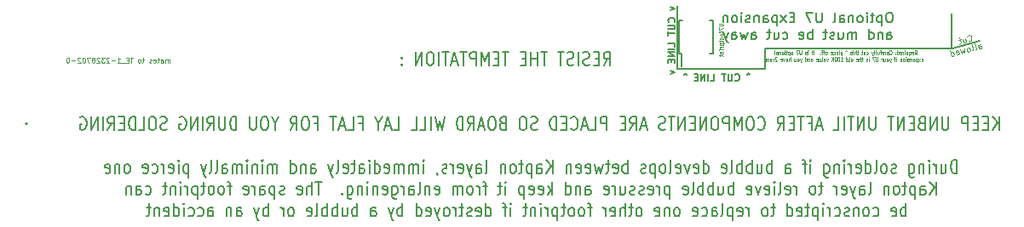
<source format=gbo>
G04 #@! TF.GenerationSoftware,KiCad,Pcbnew,5.1.4-e60b266~84~ubuntu16.04.1*
G04 #@! TF.CreationDate,2019-10-21T03:29:48-05:00*
G04 #@! TF.ProjectId,Quantum MCP4262-502 25x expansion flex for GWAAM-Sea Aid with U7 expansion cutout,5175616e-7475-46d2-904d-435034323632,rev?*
G04 #@! TF.SameCoordinates,Original*
G04 #@! TF.FileFunction,Legend,Bot*
G04 #@! TF.FilePolarity,Positive*
%FSLAX46Y46*%
G04 Gerber Fmt 4.6, Leading zero omitted, Abs format (unit mm)*
G04 Created by KiCad (PCBNEW 5.1.4-e60b266~84~ubuntu16.04.1) date 2019-10-21 03:29:48*
%MOMM*%
%LPD*%
G04 APERTURE LIST*
%ADD10C,0.200000*%
%ADD11C,0.150000*%
%ADD12C,0.075000*%
%ADD13C,0.100000*%
%ADD14C,0.050000*%
G04 APERTURE END LIST*
D10*
X127783748Y-103761375D02*
X128150415Y-103142327D01*
X128412320Y-103761375D02*
X128412320Y-102461375D01*
X127993272Y-102461375D01*
X127888510Y-102523280D01*
X127836129Y-102585184D01*
X127783748Y-102708994D01*
X127783748Y-102894708D01*
X127836129Y-103018518D01*
X127888510Y-103080422D01*
X127993272Y-103142327D01*
X128412320Y-103142327D01*
X127312320Y-103080422D02*
X126945653Y-103080422D01*
X126788510Y-103761375D02*
X127312320Y-103761375D01*
X127312320Y-102461375D01*
X126788510Y-102461375D01*
X126369462Y-103699470D02*
X126212320Y-103761375D01*
X125950415Y-103761375D01*
X125845653Y-103699470D01*
X125793272Y-103637565D01*
X125740891Y-103513756D01*
X125740891Y-103389946D01*
X125793272Y-103266137D01*
X125845653Y-103204232D01*
X125950415Y-103142327D01*
X126159939Y-103080422D01*
X126264700Y-103018518D01*
X126317081Y-102956613D01*
X126369462Y-102832803D01*
X126369462Y-102708994D01*
X126317081Y-102585184D01*
X126264700Y-102523280D01*
X126159939Y-102461375D01*
X125898034Y-102461375D01*
X125740891Y-102523280D01*
X125269462Y-103761375D02*
X125269462Y-102461375D01*
X124798034Y-103699470D02*
X124640891Y-103761375D01*
X124378986Y-103761375D01*
X124274224Y-103699470D01*
X124221843Y-103637565D01*
X124169462Y-103513756D01*
X124169462Y-103389946D01*
X124221843Y-103266137D01*
X124274224Y-103204232D01*
X124378986Y-103142327D01*
X124588510Y-103080422D01*
X124693272Y-103018518D01*
X124745653Y-102956613D01*
X124798034Y-102832803D01*
X124798034Y-102708994D01*
X124745653Y-102585184D01*
X124693272Y-102523280D01*
X124588510Y-102461375D01*
X124326605Y-102461375D01*
X124169462Y-102523280D01*
X123855177Y-102461375D02*
X123226605Y-102461375D01*
X123540891Y-103761375D02*
X123540891Y-102461375D01*
X122178986Y-102461375D02*
X121550415Y-102461375D01*
X121864700Y-103761375D02*
X121864700Y-102461375D01*
X121183748Y-103761375D02*
X121183748Y-102461375D01*
X121183748Y-103080422D02*
X120555177Y-103080422D01*
X120555177Y-103761375D02*
X120555177Y-102461375D01*
X120031367Y-103080422D02*
X119664700Y-103080422D01*
X119507558Y-103761375D02*
X120031367Y-103761375D01*
X120031367Y-102461375D01*
X119507558Y-102461375D01*
X118355177Y-102461375D02*
X117726605Y-102461375D01*
X118040891Y-103761375D02*
X118040891Y-102461375D01*
X117359939Y-103080422D02*
X116993272Y-103080422D01*
X116836129Y-103761375D02*
X117359939Y-103761375D01*
X117359939Y-102461375D01*
X116836129Y-102461375D01*
X116364700Y-103761375D02*
X116364700Y-102461375D01*
X115998034Y-103389946D01*
X115631367Y-102461375D01*
X115631367Y-103761375D01*
X115107558Y-103761375D02*
X115107558Y-102461375D01*
X114688510Y-102461375D01*
X114583748Y-102523280D01*
X114531367Y-102585184D01*
X114478986Y-102708994D01*
X114478986Y-102894708D01*
X114531367Y-103018518D01*
X114583748Y-103080422D01*
X114688510Y-103142327D01*
X115107558Y-103142327D01*
X114164700Y-102461375D02*
X113536129Y-102461375D01*
X113850415Y-103761375D02*
X113850415Y-102461375D01*
X113221843Y-103389946D02*
X112698034Y-103389946D01*
X113326605Y-103761375D02*
X112959939Y-102461375D01*
X112593272Y-103761375D01*
X112383748Y-102461375D02*
X111755177Y-102461375D01*
X112069462Y-103761375D02*
X112069462Y-102461375D01*
X111388510Y-103761375D02*
X111388510Y-102461375D01*
X110655177Y-102461375D02*
X110445653Y-102461375D01*
X110340891Y-102523280D01*
X110236129Y-102647089D01*
X110183748Y-102894708D01*
X110183748Y-103328041D01*
X110236129Y-103575660D01*
X110340891Y-103699470D01*
X110445653Y-103761375D01*
X110655177Y-103761375D01*
X110759939Y-103699470D01*
X110864700Y-103575660D01*
X110917081Y-103328041D01*
X110917081Y-102894708D01*
X110864700Y-102647089D01*
X110759939Y-102523280D01*
X110655177Y-102461375D01*
X109712320Y-103761375D02*
X109712320Y-102461375D01*
X109083748Y-103761375D01*
X109083748Y-102461375D01*
X107721843Y-103637565D02*
X107669462Y-103699470D01*
X107721843Y-103761375D01*
X107774224Y-103699470D01*
X107721843Y-103637565D01*
X107721843Y-103761375D01*
X107721843Y-102956613D02*
X107669462Y-103018518D01*
X107721843Y-103080422D01*
X107774224Y-103018518D01*
X107721843Y-102956613D01*
X107721843Y-103080422D01*
X167069462Y-110211375D02*
X167069462Y-108911375D01*
X166440891Y-110211375D02*
X166912320Y-109468518D01*
X166440891Y-108911375D02*
X167069462Y-109654232D01*
X165969462Y-109530422D02*
X165602796Y-109530422D01*
X165445653Y-110211375D02*
X165969462Y-110211375D01*
X165969462Y-108911375D01*
X165445653Y-108911375D01*
X164974224Y-109530422D02*
X164607558Y-109530422D01*
X164450415Y-110211375D02*
X164974224Y-110211375D01*
X164974224Y-108911375D01*
X164450415Y-108911375D01*
X163978986Y-110211375D02*
X163978986Y-108911375D01*
X163559939Y-108911375D01*
X163455177Y-108973280D01*
X163402796Y-109035184D01*
X163350415Y-109158994D01*
X163350415Y-109344708D01*
X163402796Y-109468518D01*
X163455177Y-109530422D01*
X163559939Y-109592327D01*
X163978986Y-109592327D01*
X162040891Y-108911375D02*
X162040891Y-109963756D01*
X161988510Y-110087565D01*
X161936129Y-110149470D01*
X161831367Y-110211375D01*
X161621843Y-110211375D01*
X161517081Y-110149470D01*
X161464700Y-110087565D01*
X161412320Y-109963756D01*
X161412320Y-108911375D01*
X160888510Y-110211375D02*
X160888510Y-108911375D01*
X160259939Y-110211375D01*
X160259939Y-108911375D01*
X159369462Y-109530422D02*
X159212320Y-109592327D01*
X159159939Y-109654232D01*
X159107558Y-109778041D01*
X159107558Y-109963756D01*
X159159939Y-110087565D01*
X159212320Y-110149470D01*
X159317081Y-110211375D01*
X159736129Y-110211375D01*
X159736129Y-108911375D01*
X159369462Y-108911375D01*
X159264700Y-108973280D01*
X159212320Y-109035184D01*
X159159939Y-109158994D01*
X159159939Y-109282803D01*
X159212320Y-109406613D01*
X159264700Y-109468518D01*
X159369462Y-109530422D01*
X159736129Y-109530422D01*
X158636129Y-109530422D02*
X158269462Y-109530422D01*
X158112320Y-110211375D02*
X158636129Y-110211375D01*
X158636129Y-108911375D01*
X158112320Y-108911375D01*
X157640891Y-110211375D02*
X157640891Y-108911375D01*
X157012320Y-110211375D01*
X157012320Y-108911375D01*
X156645653Y-108911375D02*
X156017081Y-108911375D01*
X156331367Y-110211375D02*
X156331367Y-108911375D01*
X154812320Y-108911375D02*
X154812320Y-109963756D01*
X154759939Y-110087565D01*
X154707558Y-110149470D01*
X154602796Y-110211375D01*
X154393272Y-110211375D01*
X154288510Y-110149470D01*
X154236129Y-110087565D01*
X154183748Y-109963756D01*
X154183748Y-108911375D01*
X153659939Y-110211375D02*
X153659939Y-108911375D01*
X153031367Y-110211375D01*
X153031367Y-108911375D01*
X152664700Y-108911375D02*
X152036129Y-108911375D01*
X152350415Y-110211375D02*
X152350415Y-108911375D01*
X151669462Y-110211375D02*
X151669462Y-108911375D01*
X150621843Y-110211375D02*
X151145653Y-110211375D01*
X151145653Y-108911375D01*
X149469462Y-109839946D02*
X148945653Y-109839946D01*
X149574224Y-110211375D02*
X149207558Y-108911375D01*
X148840891Y-110211375D01*
X148107558Y-109530422D02*
X148474224Y-109530422D01*
X148474224Y-110211375D02*
X148474224Y-108911375D01*
X147950415Y-108911375D01*
X147688510Y-108911375D02*
X147059939Y-108911375D01*
X147374224Y-110211375D02*
X147374224Y-108911375D01*
X146693272Y-109530422D02*
X146326605Y-109530422D01*
X146169462Y-110211375D02*
X146693272Y-110211375D01*
X146693272Y-108911375D01*
X146169462Y-108911375D01*
X145069462Y-110211375D02*
X145436129Y-109592327D01*
X145698034Y-110211375D02*
X145698034Y-108911375D01*
X145278986Y-108911375D01*
X145174224Y-108973280D01*
X145121843Y-109035184D01*
X145069462Y-109158994D01*
X145069462Y-109344708D01*
X145121843Y-109468518D01*
X145174224Y-109530422D01*
X145278986Y-109592327D01*
X145698034Y-109592327D01*
X143131367Y-110087565D02*
X143183748Y-110149470D01*
X143340891Y-110211375D01*
X143445653Y-110211375D01*
X143602796Y-110149470D01*
X143707558Y-110025660D01*
X143759939Y-109901851D01*
X143812320Y-109654232D01*
X143812320Y-109468518D01*
X143759939Y-109220899D01*
X143707558Y-109097089D01*
X143602796Y-108973280D01*
X143445653Y-108911375D01*
X143340891Y-108911375D01*
X143183748Y-108973280D01*
X143131367Y-109035184D01*
X142450415Y-108911375D02*
X142240891Y-108911375D01*
X142136129Y-108973280D01*
X142031367Y-109097089D01*
X141978986Y-109344708D01*
X141978986Y-109778041D01*
X142031367Y-110025660D01*
X142136129Y-110149470D01*
X142240891Y-110211375D01*
X142450415Y-110211375D01*
X142555177Y-110149470D01*
X142659939Y-110025660D01*
X142712320Y-109778041D01*
X142712320Y-109344708D01*
X142659939Y-109097089D01*
X142555177Y-108973280D01*
X142450415Y-108911375D01*
X141507558Y-110211375D02*
X141507558Y-108911375D01*
X141140891Y-109839946D01*
X140774224Y-108911375D01*
X140774224Y-110211375D01*
X140250415Y-110211375D02*
X140250415Y-108911375D01*
X139831367Y-108911375D01*
X139726605Y-108973280D01*
X139674224Y-109035184D01*
X139621843Y-109158994D01*
X139621843Y-109344708D01*
X139674224Y-109468518D01*
X139726605Y-109530422D01*
X139831367Y-109592327D01*
X140250415Y-109592327D01*
X138940891Y-108911375D02*
X138731367Y-108911375D01*
X138626605Y-108973280D01*
X138521843Y-109097089D01*
X138469462Y-109344708D01*
X138469462Y-109778041D01*
X138521843Y-110025660D01*
X138626605Y-110149470D01*
X138731367Y-110211375D01*
X138940891Y-110211375D01*
X139045653Y-110149470D01*
X139150415Y-110025660D01*
X139202796Y-109778041D01*
X139202796Y-109344708D01*
X139150415Y-109097089D01*
X139045653Y-108973280D01*
X138940891Y-108911375D01*
X137998034Y-110211375D02*
X137998034Y-108911375D01*
X137369462Y-110211375D01*
X137369462Y-108911375D01*
X136845653Y-109530422D02*
X136478986Y-109530422D01*
X136321843Y-110211375D02*
X136845653Y-110211375D01*
X136845653Y-108911375D01*
X136321843Y-108911375D01*
X135850415Y-110211375D02*
X135850415Y-108911375D01*
X135221843Y-110211375D01*
X135221843Y-108911375D01*
X134855177Y-108911375D02*
X134226605Y-108911375D01*
X134540891Y-110211375D02*
X134540891Y-108911375D01*
X133912319Y-110149470D02*
X133755177Y-110211375D01*
X133493272Y-110211375D01*
X133388510Y-110149470D01*
X133336129Y-110087565D01*
X133283748Y-109963756D01*
X133283748Y-109839946D01*
X133336129Y-109716137D01*
X133388510Y-109654232D01*
X133493272Y-109592327D01*
X133702796Y-109530422D01*
X133807558Y-109468518D01*
X133859939Y-109406613D01*
X133912319Y-109282803D01*
X133912319Y-109158994D01*
X133859939Y-109035184D01*
X133807558Y-108973280D01*
X133702796Y-108911375D01*
X133440891Y-108911375D01*
X133283748Y-108973280D01*
X132026605Y-109839946D02*
X131502796Y-109839946D01*
X132131367Y-110211375D02*
X131764700Y-108911375D01*
X131398034Y-110211375D01*
X130402796Y-110211375D02*
X130769462Y-109592327D01*
X131031367Y-110211375D02*
X131031367Y-108911375D01*
X130612319Y-108911375D01*
X130507558Y-108973280D01*
X130455177Y-109035184D01*
X130402796Y-109158994D01*
X130402796Y-109344708D01*
X130455177Y-109468518D01*
X130507558Y-109530422D01*
X130612319Y-109592327D01*
X131031367Y-109592327D01*
X129931367Y-109530422D02*
X129564700Y-109530422D01*
X129407558Y-110211375D02*
X129931367Y-110211375D01*
X129931367Y-108911375D01*
X129407558Y-108911375D01*
X128098034Y-110211375D02*
X128098034Y-108911375D01*
X127678986Y-108911375D01*
X127574224Y-108973280D01*
X127521843Y-109035184D01*
X127469462Y-109158994D01*
X127469462Y-109344708D01*
X127521843Y-109468518D01*
X127574224Y-109530422D01*
X127678986Y-109592327D01*
X128098034Y-109592327D01*
X126474224Y-110211375D02*
X126998034Y-110211375D01*
X126998034Y-108911375D01*
X126159939Y-109839946D02*
X125636129Y-109839946D01*
X126264700Y-110211375D02*
X125898034Y-108911375D01*
X125531367Y-110211375D01*
X124536129Y-110087565D02*
X124588510Y-110149470D01*
X124745653Y-110211375D01*
X124850415Y-110211375D01*
X125007558Y-110149470D01*
X125112319Y-110025660D01*
X125164700Y-109901851D01*
X125217081Y-109654232D01*
X125217081Y-109468518D01*
X125164700Y-109220899D01*
X125112319Y-109097089D01*
X125007558Y-108973280D01*
X124850415Y-108911375D01*
X124745653Y-108911375D01*
X124588510Y-108973280D01*
X124536129Y-109035184D01*
X124064700Y-109530422D02*
X123698034Y-109530422D01*
X123540891Y-110211375D02*
X124064700Y-110211375D01*
X124064700Y-108911375D01*
X123540891Y-108911375D01*
X123069462Y-110211375D02*
X123069462Y-108911375D01*
X122807558Y-108911375D01*
X122650415Y-108973280D01*
X122545653Y-109097089D01*
X122493272Y-109220899D01*
X122440891Y-109468518D01*
X122440891Y-109654232D01*
X122493272Y-109901851D01*
X122545653Y-110025660D01*
X122650415Y-110149470D01*
X122807558Y-110211375D01*
X123069462Y-110211375D01*
X121183748Y-110149470D02*
X121026605Y-110211375D01*
X120764700Y-110211375D01*
X120659939Y-110149470D01*
X120607558Y-110087565D01*
X120555177Y-109963756D01*
X120555177Y-109839946D01*
X120607558Y-109716137D01*
X120659939Y-109654232D01*
X120764700Y-109592327D01*
X120974224Y-109530422D01*
X121078986Y-109468518D01*
X121131367Y-109406613D01*
X121183748Y-109282803D01*
X121183748Y-109158994D01*
X121131367Y-109035184D01*
X121078986Y-108973280D01*
X120974224Y-108911375D01*
X120712319Y-108911375D01*
X120555177Y-108973280D01*
X119874224Y-108911375D02*
X119664700Y-108911375D01*
X119559939Y-108973280D01*
X119455177Y-109097089D01*
X119402796Y-109344708D01*
X119402796Y-109778041D01*
X119455177Y-110025660D01*
X119559939Y-110149470D01*
X119664700Y-110211375D01*
X119874224Y-110211375D01*
X119978986Y-110149470D01*
X120083748Y-110025660D01*
X120136129Y-109778041D01*
X120136129Y-109344708D01*
X120083748Y-109097089D01*
X119978986Y-108973280D01*
X119874224Y-108911375D01*
X117726605Y-109530422D02*
X117569462Y-109592327D01*
X117517081Y-109654232D01*
X117464700Y-109778041D01*
X117464700Y-109963756D01*
X117517081Y-110087565D01*
X117569462Y-110149470D01*
X117674224Y-110211375D01*
X118093272Y-110211375D01*
X118093272Y-108911375D01*
X117726605Y-108911375D01*
X117621843Y-108973280D01*
X117569462Y-109035184D01*
X117517081Y-109158994D01*
X117517081Y-109282803D01*
X117569462Y-109406613D01*
X117621843Y-109468518D01*
X117726605Y-109530422D01*
X118093272Y-109530422D01*
X116783748Y-108911375D02*
X116574224Y-108911375D01*
X116469462Y-108973280D01*
X116364700Y-109097089D01*
X116312319Y-109344708D01*
X116312319Y-109778041D01*
X116364700Y-110025660D01*
X116469462Y-110149470D01*
X116574224Y-110211375D01*
X116783748Y-110211375D01*
X116888510Y-110149470D01*
X116993272Y-110025660D01*
X117045653Y-109778041D01*
X117045653Y-109344708D01*
X116993272Y-109097089D01*
X116888510Y-108973280D01*
X116783748Y-108911375D01*
X115893272Y-109839946D02*
X115369462Y-109839946D01*
X115998034Y-110211375D02*
X115631367Y-108911375D01*
X115264700Y-110211375D01*
X114269462Y-110211375D02*
X114636129Y-109592327D01*
X114898034Y-110211375D02*
X114898034Y-108911375D01*
X114478986Y-108911375D01*
X114374224Y-108973280D01*
X114321843Y-109035184D01*
X114269462Y-109158994D01*
X114269462Y-109344708D01*
X114321843Y-109468518D01*
X114374224Y-109530422D01*
X114478986Y-109592327D01*
X114898034Y-109592327D01*
X113798034Y-110211375D02*
X113798034Y-108911375D01*
X113536129Y-108911375D01*
X113378986Y-108973280D01*
X113274224Y-109097089D01*
X113221843Y-109220899D01*
X113169462Y-109468518D01*
X113169462Y-109654232D01*
X113221843Y-109901851D01*
X113274224Y-110025660D01*
X113378986Y-110149470D01*
X113536129Y-110211375D01*
X113798034Y-110211375D01*
X111964700Y-108911375D02*
X111702796Y-110211375D01*
X111493272Y-109282803D01*
X111283748Y-110211375D01*
X111021843Y-108911375D01*
X110602796Y-110211375D02*
X110602796Y-108911375D01*
X109555177Y-110211375D02*
X110078986Y-110211375D01*
X110078986Y-108911375D01*
X108664700Y-110211375D02*
X109188510Y-110211375D01*
X109188510Y-108911375D01*
X106936129Y-110211375D02*
X107459939Y-110211375D01*
X107459939Y-108911375D01*
X106621843Y-109839946D02*
X106098034Y-109839946D01*
X106726605Y-110211375D02*
X106359939Y-108911375D01*
X105993272Y-110211375D01*
X105417081Y-109592327D02*
X105417081Y-110211375D01*
X105783748Y-108911375D02*
X105417081Y-109592327D01*
X105050415Y-108911375D01*
X103478986Y-109530422D02*
X103845653Y-109530422D01*
X103845653Y-110211375D02*
X103845653Y-108911375D01*
X103321843Y-108911375D01*
X102378986Y-110211375D02*
X102902796Y-110211375D01*
X102902796Y-108911375D01*
X102064700Y-109839946D02*
X101540891Y-109839946D01*
X102169462Y-110211375D02*
X101802796Y-108911375D01*
X101436129Y-110211375D01*
X101226605Y-108911375D02*
X100598034Y-108911375D01*
X100912319Y-110211375D02*
X100912319Y-108911375D01*
X99026605Y-109530422D02*
X99393272Y-109530422D01*
X99393272Y-110211375D02*
X99393272Y-108911375D01*
X98869462Y-108911375D01*
X98240891Y-108911375D02*
X98031367Y-108911375D01*
X97926605Y-108973280D01*
X97821843Y-109097089D01*
X97769462Y-109344708D01*
X97769462Y-109778041D01*
X97821843Y-110025660D01*
X97926605Y-110149470D01*
X98031367Y-110211375D01*
X98240891Y-110211375D01*
X98345653Y-110149470D01*
X98450415Y-110025660D01*
X98502796Y-109778041D01*
X98502796Y-109344708D01*
X98450415Y-109097089D01*
X98345653Y-108973280D01*
X98240891Y-108911375D01*
X96669462Y-110211375D02*
X97036129Y-109592327D01*
X97298034Y-110211375D02*
X97298034Y-108911375D01*
X96878986Y-108911375D01*
X96774224Y-108973280D01*
X96721843Y-109035184D01*
X96669462Y-109158994D01*
X96669462Y-109344708D01*
X96721843Y-109468518D01*
X96774224Y-109530422D01*
X96878986Y-109592327D01*
X97298034Y-109592327D01*
X95150415Y-109592327D02*
X95150415Y-110211375D01*
X95517081Y-108911375D02*
X95150415Y-109592327D01*
X94783748Y-108911375D01*
X94207558Y-108911375D02*
X93998034Y-108911375D01*
X93893272Y-108973280D01*
X93788510Y-109097089D01*
X93736129Y-109344708D01*
X93736129Y-109778041D01*
X93788510Y-110025660D01*
X93893272Y-110149470D01*
X93998034Y-110211375D01*
X94207558Y-110211375D01*
X94312319Y-110149470D01*
X94417081Y-110025660D01*
X94469462Y-109778041D01*
X94469462Y-109344708D01*
X94417081Y-109097089D01*
X94312319Y-108973280D01*
X94207558Y-108911375D01*
X93264700Y-108911375D02*
X93264700Y-109963756D01*
X93212319Y-110087565D01*
X93159939Y-110149470D01*
X93055177Y-110211375D01*
X92845653Y-110211375D01*
X92740891Y-110149470D01*
X92688510Y-110087565D01*
X92636129Y-109963756D01*
X92636129Y-108911375D01*
X91274224Y-110211375D02*
X91274224Y-108911375D01*
X91012319Y-108911375D01*
X90855177Y-108973280D01*
X90750415Y-109097089D01*
X90698034Y-109220899D01*
X90645653Y-109468518D01*
X90645653Y-109654232D01*
X90698034Y-109901851D01*
X90750415Y-110025660D01*
X90855177Y-110149470D01*
X91012319Y-110211375D01*
X91274224Y-110211375D01*
X90174224Y-108911375D02*
X90174224Y-109963756D01*
X90121843Y-110087565D01*
X90069462Y-110149470D01*
X89964700Y-110211375D01*
X89755177Y-110211375D01*
X89650415Y-110149470D01*
X89598034Y-110087565D01*
X89545653Y-109963756D01*
X89545653Y-108911375D01*
X88393272Y-110211375D02*
X88759939Y-109592327D01*
X89021843Y-110211375D02*
X89021843Y-108911375D01*
X88602796Y-108911375D01*
X88498034Y-108973280D01*
X88445653Y-109035184D01*
X88393272Y-109158994D01*
X88393272Y-109344708D01*
X88445653Y-109468518D01*
X88498034Y-109530422D01*
X88602796Y-109592327D01*
X89021843Y-109592327D01*
X87921843Y-110211375D02*
X87921843Y-108911375D01*
X87398034Y-110211375D02*
X87398034Y-108911375D01*
X86769462Y-110211375D01*
X86769462Y-108911375D01*
X85669462Y-108973280D02*
X85774224Y-108911375D01*
X85931367Y-108911375D01*
X86088510Y-108973280D01*
X86193272Y-109097089D01*
X86245653Y-109220899D01*
X86298034Y-109468518D01*
X86298034Y-109654232D01*
X86245653Y-109901851D01*
X86193272Y-110025660D01*
X86088510Y-110149470D01*
X85931367Y-110211375D01*
X85826605Y-110211375D01*
X85669462Y-110149470D01*
X85617081Y-110087565D01*
X85617081Y-109654232D01*
X85826605Y-109654232D01*
X84359939Y-110149470D02*
X84202796Y-110211375D01*
X83940891Y-110211375D01*
X83836129Y-110149470D01*
X83783748Y-110087565D01*
X83731367Y-109963756D01*
X83731367Y-109839946D01*
X83783748Y-109716137D01*
X83836129Y-109654232D01*
X83940891Y-109592327D01*
X84150415Y-109530422D01*
X84255177Y-109468518D01*
X84307558Y-109406613D01*
X84359939Y-109282803D01*
X84359939Y-109158994D01*
X84307558Y-109035184D01*
X84255177Y-108973280D01*
X84150415Y-108911375D01*
X83888510Y-108911375D01*
X83731367Y-108973280D01*
X83050415Y-108911375D02*
X82840891Y-108911375D01*
X82736129Y-108973280D01*
X82631367Y-109097089D01*
X82578986Y-109344708D01*
X82578986Y-109778041D01*
X82631367Y-110025660D01*
X82736129Y-110149470D01*
X82840891Y-110211375D01*
X83050415Y-110211375D01*
X83155177Y-110149470D01*
X83259939Y-110025660D01*
X83312319Y-109778041D01*
X83312319Y-109344708D01*
X83259939Y-109097089D01*
X83155177Y-108973280D01*
X83050415Y-108911375D01*
X81583748Y-110211375D02*
X82107558Y-110211375D01*
X82107558Y-108911375D01*
X81217081Y-110211375D02*
X81217081Y-108911375D01*
X80955177Y-108911375D01*
X80798034Y-108973280D01*
X80693272Y-109097089D01*
X80640891Y-109220899D01*
X80588510Y-109468518D01*
X80588510Y-109654232D01*
X80640891Y-109901851D01*
X80693272Y-110025660D01*
X80798034Y-110149470D01*
X80955177Y-110211375D01*
X81217081Y-110211375D01*
X80117081Y-109530422D02*
X79750415Y-109530422D01*
X79593272Y-110211375D02*
X80117081Y-110211375D01*
X80117081Y-108911375D01*
X79593272Y-108911375D01*
X78493272Y-110211375D02*
X78859939Y-109592327D01*
X79121843Y-110211375D02*
X79121843Y-108911375D01*
X78702796Y-108911375D01*
X78598034Y-108973280D01*
X78545653Y-109035184D01*
X78493272Y-109158994D01*
X78493272Y-109344708D01*
X78545653Y-109468518D01*
X78598034Y-109530422D01*
X78702796Y-109592327D01*
X79121843Y-109592327D01*
X78021843Y-110211375D02*
X78021843Y-108911375D01*
X77498034Y-110211375D02*
X77498034Y-108911375D01*
X76869462Y-110211375D01*
X76869462Y-108911375D01*
X75769462Y-108973280D02*
X75874224Y-108911375D01*
X76031367Y-108911375D01*
X76188510Y-108973280D01*
X76293272Y-109097089D01*
X76345653Y-109220899D01*
X76398034Y-109468518D01*
X76398034Y-109654232D01*
X76345653Y-109901851D01*
X76293272Y-110025660D01*
X76188510Y-110149470D01*
X76031367Y-110211375D01*
X75926605Y-110211375D01*
X75769462Y-110149470D01*
X75717081Y-110087565D01*
X75717081Y-109654232D01*
X75926605Y-109654232D01*
X162905177Y-114511375D02*
X162905177Y-113211375D01*
X162643272Y-113211375D01*
X162486129Y-113273280D01*
X162381367Y-113397089D01*
X162328986Y-113520899D01*
X162276605Y-113768518D01*
X162276605Y-113954232D01*
X162328986Y-114201851D01*
X162381367Y-114325660D01*
X162486129Y-114449470D01*
X162643272Y-114511375D01*
X162905177Y-114511375D01*
X161333748Y-113644708D02*
X161333748Y-114511375D01*
X161805177Y-113644708D02*
X161805177Y-114325660D01*
X161752796Y-114449470D01*
X161648034Y-114511375D01*
X161490891Y-114511375D01*
X161386129Y-114449470D01*
X161333748Y-114387565D01*
X160809939Y-114511375D02*
X160809939Y-113644708D01*
X160809939Y-113892327D02*
X160757558Y-113768518D01*
X160705177Y-113706613D01*
X160600415Y-113644708D01*
X160495653Y-113644708D01*
X160128986Y-114511375D02*
X160128986Y-113644708D01*
X160128986Y-113211375D02*
X160181367Y-113273280D01*
X160128986Y-113335184D01*
X160076605Y-113273280D01*
X160128986Y-113211375D01*
X160128986Y-113335184D01*
X159605177Y-113644708D02*
X159605177Y-114511375D01*
X159605177Y-113768518D02*
X159552796Y-113706613D01*
X159448034Y-113644708D01*
X159290891Y-113644708D01*
X159186129Y-113706613D01*
X159133748Y-113830422D01*
X159133748Y-114511375D01*
X158138510Y-113644708D02*
X158138510Y-114697089D01*
X158190891Y-114820899D01*
X158243272Y-114882803D01*
X158348034Y-114944708D01*
X158505177Y-114944708D01*
X158609939Y-114882803D01*
X158138510Y-114449470D02*
X158243272Y-114511375D01*
X158452796Y-114511375D01*
X158557558Y-114449470D01*
X158609939Y-114387565D01*
X158662320Y-114263756D01*
X158662320Y-113892327D01*
X158609939Y-113768518D01*
X158557558Y-113706613D01*
X158452796Y-113644708D01*
X158243272Y-113644708D01*
X158138510Y-113706613D01*
X156828986Y-114449470D02*
X156724224Y-114511375D01*
X156514700Y-114511375D01*
X156409939Y-114449470D01*
X156357558Y-114325660D01*
X156357558Y-114263756D01*
X156409939Y-114139946D01*
X156514700Y-114078041D01*
X156671843Y-114078041D01*
X156776605Y-114016137D01*
X156828986Y-113892327D01*
X156828986Y-113830422D01*
X156776605Y-113706613D01*
X156671843Y-113644708D01*
X156514700Y-113644708D01*
X156409939Y-113706613D01*
X155728986Y-114511375D02*
X155833748Y-114449470D01*
X155886129Y-114387565D01*
X155938510Y-114263756D01*
X155938510Y-113892327D01*
X155886129Y-113768518D01*
X155833748Y-113706613D01*
X155728986Y-113644708D01*
X155571843Y-113644708D01*
X155467081Y-113706613D01*
X155414700Y-113768518D01*
X155362320Y-113892327D01*
X155362320Y-114263756D01*
X155414700Y-114387565D01*
X155467081Y-114449470D01*
X155571843Y-114511375D01*
X155728986Y-114511375D01*
X154733748Y-114511375D02*
X154838510Y-114449470D01*
X154890891Y-114325660D01*
X154890891Y-113211375D01*
X153843272Y-114511375D02*
X153843272Y-113211375D01*
X153843272Y-114449470D02*
X153948034Y-114511375D01*
X154157558Y-114511375D01*
X154262320Y-114449470D01*
X154314700Y-114387565D01*
X154367081Y-114263756D01*
X154367081Y-113892327D01*
X154314700Y-113768518D01*
X154262320Y-113706613D01*
X154157558Y-113644708D01*
X153948034Y-113644708D01*
X153843272Y-113706613D01*
X152900415Y-114449470D02*
X153005177Y-114511375D01*
X153214700Y-114511375D01*
X153319462Y-114449470D01*
X153371843Y-114325660D01*
X153371843Y-113830422D01*
X153319462Y-113706613D01*
X153214700Y-113644708D01*
X153005177Y-113644708D01*
X152900415Y-113706613D01*
X152848034Y-113830422D01*
X152848034Y-113954232D01*
X153371843Y-114078041D01*
X152376605Y-114511375D02*
X152376605Y-113644708D01*
X152376605Y-113892327D02*
X152324224Y-113768518D01*
X152271843Y-113706613D01*
X152167081Y-113644708D01*
X152062320Y-113644708D01*
X151695653Y-114511375D02*
X151695653Y-113644708D01*
X151695653Y-113211375D02*
X151748034Y-113273280D01*
X151695653Y-113335184D01*
X151643272Y-113273280D01*
X151695653Y-113211375D01*
X151695653Y-113335184D01*
X151171843Y-113644708D02*
X151171843Y-114511375D01*
X151171843Y-113768518D02*
X151119462Y-113706613D01*
X151014700Y-113644708D01*
X150857558Y-113644708D01*
X150752796Y-113706613D01*
X150700415Y-113830422D01*
X150700415Y-114511375D01*
X149705177Y-113644708D02*
X149705177Y-114697089D01*
X149757558Y-114820899D01*
X149809939Y-114882803D01*
X149914700Y-114944708D01*
X150071843Y-114944708D01*
X150176605Y-114882803D01*
X149705177Y-114449470D02*
X149809939Y-114511375D01*
X150019462Y-114511375D01*
X150124224Y-114449470D01*
X150176605Y-114387565D01*
X150228986Y-114263756D01*
X150228986Y-113892327D01*
X150176605Y-113768518D01*
X150124224Y-113706613D01*
X150019462Y-113644708D01*
X149809939Y-113644708D01*
X149705177Y-113706613D01*
X148343272Y-114511375D02*
X148343272Y-113644708D01*
X148343272Y-113211375D02*
X148395653Y-113273280D01*
X148343272Y-113335184D01*
X148290891Y-113273280D01*
X148343272Y-113211375D01*
X148343272Y-113335184D01*
X147976605Y-113644708D02*
X147557558Y-113644708D01*
X147819462Y-114511375D02*
X147819462Y-113397089D01*
X147767081Y-113273280D01*
X147662320Y-113211375D01*
X147557558Y-113211375D01*
X145881367Y-114511375D02*
X145881367Y-113830422D01*
X145933748Y-113706613D01*
X146038510Y-113644708D01*
X146248034Y-113644708D01*
X146352796Y-113706613D01*
X145881367Y-114449470D02*
X145986129Y-114511375D01*
X146248034Y-114511375D01*
X146352796Y-114449470D01*
X146405177Y-114325660D01*
X146405177Y-114201851D01*
X146352796Y-114078041D01*
X146248034Y-114016137D01*
X145986129Y-114016137D01*
X145881367Y-113954232D01*
X144519462Y-114511375D02*
X144519462Y-113211375D01*
X144519462Y-113706613D02*
X144414700Y-113644708D01*
X144205177Y-113644708D01*
X144100415Y-113706613D01*
X144048034Y-113768518D01*
X143995653Y-113892327D01*
X143995653Y-114263756D01*
X144048034Y-114387565D01*
X144100415Y-114449470D01*
X144205177Y-114511375D01*
X144414700Y-114511375D01*
X144519462Y-114449470D01*
X143052796Y-113644708D02*
X143052796Y-114511375D01*
X143524224Y-113644708D02*
X143524224Y-114325660D01*
X143471843Y-114449470D01*
X143367081Y-114511375D01*
X143209939Y-114511375D01*
X143105177Y-114449470D01*
X143052796Y-114387565D01*
X142528986Y-114511375D02*
X142528986Y-113211375D01*
X142528986Y-113706613D02*
X142424224Y-113644708D01*
X142214700Y-113644708D01*
X142109939Y-113706613D01*
X142057558Y-113768518D01*
X142005177Y-113892327D01*
X142005177Y-114263756D01*
X142057558Y-114387565D01*
X142109939Y-114449470D01*
X142214700Y-114511375D01*
X142424224Y-114511375D01*
X142528986Y-114449470D01*
X141533748Y-114511375D02*
X141533748Y-113211375D01*
X141533748Y-113706613D02*
X141428986Y-113644708D01*
X141219462Y-113644708D01*
X141114700Y-113706613D01*
X141062320Y-113768518D01*
X141009939Y-113892327D01*
X141009939Y-114263756D01*
X141062320Y-114387565D01*
X141114700Y-114449470D01*
X141219462Y-114511375D01*
X141428986Y-114511375D01*
X141533748Y-114449470D01*
X140381367Y-114511375D02*
X140486129Y-114449470D01*
X140538510Y-114325660D01*
X140538510Y-113211375D01*
X139543272Y-114449470D02*
X139648034Y-114511375D01*
X139857558Y-114511375D01*
X139962320Y-114449470D01*
X140014700Y-114325660D01*
X140014700Y-113830422D01*
X139962320Y-113706613D01*
X139857558Y-113644708D01*
X139648034Y-113644708D01*
X139543272Y-113706613D01*
X139490891Y-113830422D01*
X139490891Y-113954232D01*
X140014700Y-114078041D01*
X137709939Y-114511375D02*
X137709939Y-113211375D01*
X137709939Y-114449470D02*
X137814700Y-114511375D01*
X138024224Y-114511375D01*
X138128986Y-114449470D01*
X138181367Y-114387565D01*
X138233748Y-114263756D01*
X138233748Y-113892327D01*
X138181367Y-113768518D01*
X138128986Y-113706613D01*
X138024224Y-113644708D01*
X137814700Y-113644708D01*
X137709939Y-113706613D01*
X136767081Y-114449470D02*
X136871843Y-114511375D01*
X137081367Y-114511375D01*
X137186129Y-114449470D01*
X137238510Y-114325660D01*
X137238510Y-113830422D01*
X137186129Y-113706613D01*
X137081367Y-113644708D01*
X136871843Y-113644708D01*
X136767081Y-113706613D01*
X136714700Y-113830422D01*
X136714700Y-113954232D01*
X137238510Y-114078041D01*
X136348034Y-113644708D02*
X136086129Y-114511375D01*
X135824224Y-113644708D01*
X134986129Y-114449470D02*
X135090891Y-114511375D01*
X135300415Y-114511375D01*
X135405177Y-114449470D01*
X135457558Y-114325660D01*
X135457558Y-113830422D01*
X135405177Y-113706613D01*
X135300415Y-113644708D01*
X135090891Y-113644708D01*
X134986129Y-113706613D01*
X134933748Y-113830422D01*
X134933748Y-113954232D01*
X135457558Y-114078041D01*
X134305177Y-114511375D02*
X134409939Y-114449470D01*
X134462320Y-114325660D01*
X134462320Y-113211375D01*
X133728986Y-114511375D02*
X133833748Y-114449470D01*
X133886129Y-114387565D01*
X133938510Y-114263756D01*
X133938510Y-113892327D01*
X133886129Y-113768518D01*
X133833748Y-113706613D01*
X133728986Y-113644708D01*
X133571843Y-113644708D01*
X133467081Y-113706613D01*
X133414700Y-113768518D01*
X133362319Y-113892327D01*
X133362319Y-114263756D01*
X133414700Y-114387565D01*
X133467081Y-114449470D01*
X133571843Y-114511375D01*
X133728986Y-114511375D01*
X132890891Y-113644708D02*
X132890891Y-114944708D01*
X132890891Y-113706613D02*
X132786129Y-113644708D01*
X132576605Y-113644708D01*
X132471843Y-113706613D01*
X132419462Y-113768518D01*
X132367081Y-113892327D01*
X132367081Y-114263756D01*
X132419462Y-114387565D01*
X132471843Y-114449470D01*
X132576605Y-114511375D01*
X132786129Y-114511375D01*
X132890891Y-114449470D01*
X131948034Y-114449470D02*
X131843272Y-114511375D01*
X131633748Y-114511375D01*
X131528986Y-114449470D01*
X131476605Y-114325660D01*
X131476605Y-114263756D01*
X131528986Y-114139946D01*
X131633748Y-114078041D01*
X131790891Y-114078041D01*
X131895653Y-114016137D01*
X131948034Y-113892327D01*
X131948034Y-113830422D01*
X131895653Y-113706613D01*
X131790891Y-113644708D01*
X131633748Y-113644708D01*
X131528986Y-113706613D01*
X130167081Y-114511375D02*
X130167081Y-113211375D01*
X130167081Y-113706613D02*
X130062319Y-113644708D01*
X129852796Y-113644708D01*
X129748034Y-113706613D01*
X129695653Y-113768518D01*
X129643272Y-113892327D01*
X129643272Y-114263756D01*
X129695653Y-114387565D01*
X129748034Y-114449470D01*
X129852796Y-114511375D01*
X130062319Y-114511375D01*
X130167081Y-114449470D01*
X128752796Y-114449470D02*
X128857558Y-114511375D01*
X129067081Y-114511375D01*
X129171843Y-114449470D01*
X129224224Y-114325660D01*
X129224224Y-113830422D01*
X129171843Y-113706613D01*
X129067081Y-113644708D01*
X128857558Y-113644708D01*
X128752796Y-113706613D01*
X128700415Y-113830422D01*
X128700415Y-113954232D01*
X129224224Y-114078041D01*
X128386129Y-113644708D02*
X127967081Y-113644708D01*
X128228986Y-113211375D02*
X128228986Y-114325660D01*
X128176605Y-114449470D01*
X128071843Y-114511375D01*
X127967081Y-114511375D01*
X127705177Y-113644708D02*
X127495653Y-114511375D01*
X127286129Y-113892327D01*
X127076605Y-114511375D01*
X126867081Y-113644708D01*
X126028986Y-114449470D02*
X126133748Y-114511375D01*
X126343272Y-114511375D01*
X126448034Y-114449470D01*
X126500415Y-114325660D01*
X126500415Y-113830422D01*
X126448034Y-113706613D01*
X126343272Y-113644708D01*
X126133748Y-113644708D01*
X126028986Y-113706613D01*
X125976605Y-113830422D01*
X125976605Y-113954232D01*
X126500415Y-114078041D01*
X125086129Y-114449470D02*
X125190891Y-114511375D01*
X125400415Y-114511375D01*
X125505177Y-114449470D01*
X125557558Y-114325660D01*
X125557558Y-113830422D01*
X125505177Y-113706613D01*
X125400415Y-113644708D01*
X125190891Y-113644708D01*
X125086129Y-113706613D01*
X125033748Y-113830422D01*
X125033748Y-113954232D01*
X125557558Y-114078041D01*
X124562319Y-113644708D02*
X124562319Y-114511375D01*
X124562319Y-113768518D02*
X124509939Y-113706613D01*
X124405177Y-113644708D01*
X124248034Y-113644708D01*
X124143272Y-113706613D01*
X124090891Y-113830422D01*
X124090891Y-114511375D01*
X122728986Y-114511375D02*
X122728986Y-113211375D01*
X122100415Y-114511375D02*
X122571843Y-113768518D01*
X122100415Y-113211375D02*
X122728986Y-113954232D01*
X121157558Y-114511375D02*
X121157558Y-113830422D01*
X121209939Y-113706613D01*
X121314700Y-113644708D01*
X121524224Y-113644708D01*
X121628986Y-113706613D01*
X121157558Y-114449470D02*
X121262319Y-114511375D01*
X121524224Y-114511375D01*
X121628986Y-114449470D01*
X121681367Y-114325660D01*
X121681367Y-114201851D01*
X121628986Y-114078041D01*
X121524224Y-114016137D01*
X121262319Y-114016137D01*
X121157558Y-113954232D01*
X120633748Y-113644708D02*
X120633748Y-114944708D01*
X120633748Y-113706613D02*
X120528986Y-113644708D01*
X120319462Y-113644708D01*
X120214700Y-113706613D01*
X120162319Y-113768518D01*
X120109939Y-113892327D01*
X120109939Y-114263756D01*
X120162319Y-114387565D01*
X120214700Y-114449470D01*
X120319462Y-114511375D01*
X120528986Y-114511375D01*
X120633748Y-114449470D01*
X119795653Y-113644708D02*
X119376605Y-113644708D01*
X119638510Y-113211375D02*
X119638510Y-114325660D01*
X119586129Y-114449470D01*
X119481367Y-114511375D01*
X119376605Y-114511375D01*
X118852796Y-114511375D02*
X118957558Y-114449470D01*
X119009939Y-114387565D01*
X119062319Y-114263756D01*
X119062319Y-113892327D01*
X119009939Y-113768518D01*
X118957558Y-113706613D01*
X118852796Y-113644708D01*
X118695653Y-113644708D01*
X118590891Y-113706613D01*
X118538510Y-113768518D01*
X118486129Y-113892327D01*
X118486129Y-114263756D01*
X118538510Y-114387565D01*
X118590891Y-114449470D01*
X118695653Y-114511375D01*
X118852796Y-114511375D01*
X118014700Y-113644708D02*
X118014700Y-114511375D01*
X118014700Y-113768518D02*
X117962319Y-113706613D01*
X117857558Y-113644708D01*
X117700415Y-113644708D01*
X117595653Y-113706613D01*
X117543272Y-113830422D01*
X117543272Y-114511375D01*
X116024224Y-114511375D02*
X116128986Y-114449470D01*
X116181367Y-114325660D01*
X116181367Y-113211375D01*
X115133748Y-114511375D02*
X115133748Y-113830422D01*
X115186129Y-113706613D01*
X115290891Y-113644708D01*
X115500415Y-113644708D01*
X115605177Y-113706613D01*
X115133748Y-114449470D02*
X115238510Y-114511375D01*
X115500415Y-114511375D01*
X115605177Y-114449470D01*
X115657558Y-114325660D01*
X115657558Y-114201851D01*
X115605177Y-114078041D01*
X115500415Y-114016137D01*
X115238510Y-114016137D01*
X115133748Y-113954232D01*
X114714700Y-113644708D02*
X114452796Y-114511375D01*
X114190891Y-113644708D02*
X114452796Y-114511375D01*
X114557558Y-114820899D01*
X114609939Y-114882803D01*
X114714700Y-114944708D01*
X113352796Y-114449470D02*
X113457558Y-114511375D01*
X113667081Y-114511375D01*
X113771843Y-114449470D01*
X113824224Y-114325660D01*
X113824224Y-113830422D01*
X113771843Y-113706613D01*
X113667081Y-113644708D01*
X113457558Y-113644708D01*
X113352796Y-113706613D01*
X113300415Y-113830422D01*
X113300415Y-113954232D01*
X113824224Y-114078041D01*
X112828986Y-114511375D02*
X112828986Y-113644708D01*
X112828986Y-113892327D02*
X112776605Y-113768518D01*
X112724224Y-113706613D01*
X112619462Y-113644708D01*
X112514700Y-113644708D01*
X112200415Y-114449470D02*
X112095653Y-114511375D01*
X111886129Y-114511375D01*
X111781367Y-114449470D01*
X111728986Y-114325660D01*
X111728986Y-114263756D01*
X111781367Y-114139946D01*
X111886129Y-114078041D01*
X112043272Y-114078041D01*
X112148034Y-114016137D01*
X112200415Y-113892327D01*
X112200415Y-113830422D01*
X112148034Y-113706613D01*
X112043272Y-113644708D01*
X111886129Y-113644708D01*
X111781367Y-113706613D01*
X111205177Y-114449470D02*
X111205177Y-114511375D01*
X111257558Y-114635184D01*
X111309939Y-114697089D01*
X109895653Y-114511375D02*
X109895653Y-113644708D01*
X109895653Y-113211375D02*
X109948034Y-113273280D01*
X109895653Y-113335184D01*
X109843272Y-113273280D01*
X109895653Y-113211375D01*
X109895653Y-113335184D01*
X109371843Y-114511375D02*
X109371843Y-113644708D01*
X109371843Y-113768518D02*
X109319462Y-113706613D01*
X109214700Y-113644708D01*
X109057558Y-113644708D01*
X108952796Y-113706613D01*
X108900415Y-113830422D01*
X108900415Y-114511375D01*
X108900415Y-113830422D02*
X108848034Y-113706613D01*
X108743272Y-113644708D01*
X108586129Y-113644708D01*
X108481367Y-113706613D01*
X108428986Y-113830422D01*
X108428986Y-114511375D01*
X107905177Y-114511375D02*
X107905177Y-113644708D01*
X107905177Y-113768518D02*
X107852796Y-113706613D01*
X107748034Y-113644708D01*
X107590891Y-113644708D01*
X107486129Y-113706613D01*
X107433748Y-113830422D01*
X107433748Y-114511375D01*
X107433748Y-113830422D02*
X107381367Y-113706613D01*
X107276605Y-113644708D01*
X107119462Y-113644708D01*
X107014700Y-113706613D01*
X106962319Y-113830422D01*
X106962319Y-114511375D01*
X106019462Y-114449470D02*
X106124224Y-114511375D01*
X106333748Y-114511375D01*
X106438510Y-114449470D01*
X106490891Y-114325660D01*
X106490891Y-113830422D01*
X106438510Y-113706613D01*
X106333748Y-113644708D01*
X106124224Y-113644708D01*
X106019462Y-113706613D01*
X105967081Y-113830422D01*
X105967081Y-113954232D01*
X106490891Y-114078041D01*
X105024224Y-114511375D02*
X105024224Y-113211375D01*
X105024224Y-114449470D02*
X105128986Y-114511375D01*
X105338510Y-114511375D01*
X105443272Y-114449470D01*
X105495653Y-114387565D01*
X105548034Y-114263756D01*
X105548034Y-113892327D01*
X105495653Y-113768518D01*
X105443272Y-113706613D01*
X105338510Y-113644708D01*
X105128986Y-113644708D01*
X105024224Y-113706613D01*
X104500415Y-114511375D02*
X104500415Y-113644708D01*
X104500415Y-113211375D02*
X104552796Y-113273280D01*
X104500415Y-113335184D01*
X104448034Y-113273280D01*
X104500415Y-113211375D01*
X104500415Y-113335184D01*
X103505177Y-114511375D02*
X103505177Y-113830422D01*
X103557558Y-113706613D01*
X103662319Y-113644708D01*
X103871843Y-113644708D01*
X103976605Y-113706613D01*
X103505177Y-114449470D02*
X103609939Y-114511375D01*
X103871843Y-114511375D01*
X103976605Y-114449470D01*
X104028986Y-114325660D01*
X104028986Y-114201851D01*
X103976605Y-114078041D01*
X103871843Y-114016137D01*
X103609939Y-114016137D01*
X103505177Y-113954232D01*
X103138510Y-113644708D02*
X102719462Y-113644708D01*
X102981367Y-113211375D02*
X102981367Y-114325660D01*
X102928986Y-114449470D01*
X102824224Y-114511375D01*
X102719462Y-114511375D01*
X101933748Y-114449470D02*
X102038510Y-114511375D01*
X102248034Y-114511375D01*
X102352796Y-114449470D01*
X102405177Y-114325660D01*
X102405177Y-113830422D01*
X102352796Y-113706613D01*
X102248034Y-113644708D01*
X102038510Y-113644708D01*
X101933748Y-113706613D01*
X101881367Y-113830422D01*
X101881367Y-113954232D01*
X102405177Y-114078041D01*
X101252796Y-114511375D02*
X101357558Y-114449470D01*
X101409939Y-114325660D01*
X101409939Y-113211375D01*
X100938510Y-113644708D02*
X100676605Y-114511375D01*
X100414700Y-113644708D02*
X100676605Y-114511375D01*
X100781367Y-114820899D01*
X100833748Y-114882803D01*
X100938510Y-114944708D01*
X98686129Y-114511375D02*
X98686129Y-113830422D01*
X98738510Y-113706613D01*
X98843272Y-113644708D01*
X99052796Y-113644708D01*
X99157558Y-113706613D01*
X98686129Y-114449470D02*
X98790891Y-114511375D01*
X99052796Y-114511375D01*
X99157558Y-114449470D01*
X99209939Y-114325660D01*
X99209939Y-114201851D01*
X99157558Y-114078041D01*
X99052796Y-114016137D01*
X98790891Y-114016137D01*
X98686129Y-113954232D01*
X98162319Y-113644708D02*
X98162319Y-114511375D01*
X98162319Y-113768518D02*
X98109939Y-113706613D01*
X98005177Y-113644708D01*
X97848034Y-113644708D01*
X97743272Y-113706613D01*
X97690891Y-113830422D01*
X97690891Y-114511375D01*
X96695653Y-114511375D02*
X96695653Y-113211375D01*
X96695653Y-114449470D02*
X96800415Y-114511375D01*
X97009939Y-114511375D01*
X97114700Y-114449470D01*
X97167081Y-114387565D01*
X97219462Y-114263756D01*
X97219462Y-113892327D01*
X97167081Y-113768518D01*
X97114700Y-113706613D01*
X97009939Y-113644708D01*
X96800415Y-113644708D01*
X96695653Y-113706613D01*
X95333748Y-114511375D02*
X95333748Y-113644708D01*
X95333748Y-113768518D02*
X95281367Y-113706613D01*
X95176605Y-113644708D01*
X95019462Y-113644708D01*
X94914700Y-113706613D01*
X94862319Y-113830422D01*
X94862319Y-114511375D01*
X94862319Y-113830422D02*
X94809939Y-113706613D01*
X94705177Y-113644708D01*
X94548034Y-113644708D01*
X94443272Y-113706613D01*
X94390891Y-113830422D01*
X94390891Y-114511375D01*
X93867081Y-114511375D02*
X93867081Y-113644708D01*
X93867081Y-113211375D02*
X93919462Y-113273280D01*
X93867081Y-113335184D01*
X93814700Y-113273280D01*
X93867081Y-113211375D01*
X93867081Y-113335184D01*
X93343272Y-113644708D02*
X93343272Y-114511375D01*
X93343272Y-113768518D02*
X93290891Y-113706613D01*
X93186129Y-113644708D01*
X93028986Y-113644708D01*
X92924224Y-113706613D01*
X92871843Y-113830422D01*
X92871843Y-114511375D01*
X92348034Y-114511375D02*
X92348034Y-113644708D01*
X92348034Y-113211375D02*
X92400415Y-113273280D01*
X92348034Y-113335184D01*
X92295653Y-113273280D01*
X92348034Y-113211375D01*
X92348034Y-113335184D01*
X91824224Y-114511375D02*
X91824224Y-113644708D01*
X91824224Y-113768518D02*
X91771843Y-113706613D01*
X91667081Y-113644708D01*
X91509939Y-113644708D01*
X91405177Y-113706613D01*
X91352796Y-113830422D01*
X91352796Y-114511375D01*
X91352796Y-113830422D02*
X91300415Y-113706613D01*
X91195653Y-113644708D01*
X91038510Y-113644708D01*
X90933748Y-113706613D01*
X90881367Y-113830422D01*
X90881367Y-114511375D01*
X89886129Y-114511375D02*
X89886129Y-113830422D01*
X89938510Y-113706613D01*
X90043272Y-113644708D01*
X90252796Y-113644708D01*
X90357558Y-113706613D01*
X89886129Y-114449470D02*
X89990891Y-114511375D01*
X90252796Y-114511375D01*
X90357558Y-114449470D01*
X90409939Y-114325660D01*
X90409939Y-114201851D01*
X90357558Y-114078041D01*
X90252796Y-114016137D01*
X89990891Y-114016137D01*
X89886129Y-113954232D01*
X89205177Y-114511375D02*
X89309939Y-114449470D01*
X89362319Y-114325660D01*
X89362319Y-113211375D01*
X88628986Y-114511375D02*
X88733748Y-114449470D01*
X88786129Y-114325660D01*
X88786129Y-113211375D01*
X88314700Y-113644708D02*
X88052796Y-114511375D01*
X87790891Y-113644708D02*
X88052796Y-114511375D01*
X88157558Y-114820899D01*
X88209939Y-114882803D01*
X88314700Y-114944708D01*
X86533748Y-113644708D02*
X86533748Y-114944708D01*
X86533748Y-113706613D02*
X86428986Y-113644708D01*
X86219462Y-113644708D01*
X86114700Y-113706613D01*
X86062319Y-113768518D01*
X86009939Y-113892327D01*
X86009939Y-114263756D01*
X86062319Y-114387565D01*
X86114700Y-114449470D01*
X86219462Y-114511375D01*
X86428986Y-114511375D01*
X86533748Y-114449470D01*
X85538510Y-114511375D02*
X85538510Y-113644708D01*
X85538510Y-113211375D02*
X85590891Y-113273280D01*
X85538510Y-113335184D01*
X85486129Y-113273280D01*
X85538510Y-113211375D01*
X85538510Y-113335184D01*
X84595653Y-114449470D02*
X84700415Y-114511375D01*
X84909939Y-114511375D01*
X85014700Y-114449470D01*
X85067081Y-114325660D01*
X85067081Y-113830422D01*
X85014700Y-113706613D01*
X84909939Y-113644708D01*
X84700415Y-113644708D01*
X84595653Y-113706613D01*
X84543272Y-113830422D01*
X84543272Y-113954232D01*
X85067081Y-114078041D01*
X84071843Y-114511375D02*
X84071843Y-113644708D01*
X84071843Y-113892327D02*
X84019462Y-113768518D01*
X83967081Y-113706613D01*
X83862319Y-113644708D01*
X83757558Y-113644708D01*
X82919462Y-114449470D02*
X83024224Y-114511375D01*
X83233748Y-114511375D01*
X83338510Y-114449470D01*
X83390891Y-114387565D01*
X83443272Y-114263756D01*
X83443272Y-113892327D01*
X83390891Y-113768518D01*
X83338510Y-113706613D01*
X83233748Y-113644708D01*
X83024224Y-113644708D01*
X82919462Y-113706613D01*
X82028986Y-114449470D02*
X82133748Y-114511375D01*
X82343272Y-114511375D01*
X82448034Y-114449470D01*
X82500415Y-114325660D01*
X82500415Y-113830422D01*
X82448034Y-113706613D01*
X82343272Y-113644708D01*
X82133748Y-113644708D01*
X82028986Y-113706613D01*
X81976605Y-113830422D01*
X81976605Y-113954232D01*
X82500415Y-114078041D01*
X80509939Y-114511375D02*
X80614700Y-114449470D01*
X80667081Y-114387565D01*
X80719462Y-114263756D01*
X80719462Y-113892327D01*
X80667081Y-113768518D01*
X80614700Y-113706613D01*
X80509939Y-113644708D01*
X80352796Y-113644708D01*
X80248034Y-113706613D01*
X80195653Y-113768518D01*
X80143272Y-113892327D01*
X80143272Y-114263756D01*
X80195653Y-114387565D01*
X80248034Y-114449470D01*
X80352796Y-114511375D01*
X80509939Y-114511375D01*
X79671843Y-113644708D02*
X79671843Y-114511375D01*
X79671843Y-113768518D02*
X79619462Y-113706613D01*
X79514700Y-113644708D01*
X79357558Y-113644708D01*
X79252796Y-113706613D01*
X79200415Y-113830422D01*
X79200415Y-114511375D01*
X78257558Y-114449470D02*
X78362319Y-114511375D01*
X78571843Y-114511375D01*
X78676605Y-114449470D01*
X78728986Y-114325660D01*
X78728986Y-113830422D01*
X78676605Y-113706613D01*
X78571843Y-113644708D01*
X78362319Y-113644708D01*
X78257558Y-113706613D01*
X78205177Y-113830422D01*
X78205177Y-113954232D01*
X78728986Y-114078041D01*
X160836129Y-116661375D02*
X160836129Y-115361375D01*
X160207558Y-116661375D02*
X160678986Y-115918518D01*
X160207558Y-115361375D02*
X160836129Y-116104232D01*
X159264700Y-116661375D02*
X159264700Y-115980422D01*
X159317081Y-115856613D01*
X159421843Y-115794708D01*
X159631367Y-115794708D01*
X159736129Y-115856613D01*
X159264700Y-116599470D02*
X159369462Y-116661375D01*
X159631367Y-116661375D01*
X159736129Y-116599470D01*
X159788510Y-116475660D01*
X159788510Y-116351851D01*
X159736129Y-116228041D01*
X159631367Y-116166137D01*
X159369462Y-116166137D01*
X159264700Y-116104232D01*
X158740891Y-115794708D02*
X158740891Y-117094708D01*
X158740891Y-115856613D02*
X158636129Y-115794708D01*
X158426605Y-115794708D01*
X158321843Y-115856613D01*
X158269462Y-115918518D01*
X158217081Y-116042327D01*
X158217081Y-116413756D01*
X158269462Y-116537565D01*
X158321843Y-116599470D01*
X158426605Y-116661375D01*
X158636129Y-116661375D01*
X158740891Y-116599470D01*
X157902796Y-115794708D02*
X157483748Y-115794708D01*
X157745653Y-115361375D02*
X157745653Y-116475660D01*
X157693272Y-116599470D01*
X157588510Y-116661375D01*
X157483748Y-116661375D01*
X156959939Y-116661375D02*
X157064700Y-116599470D01*
X157117081Y-116537565D01*
X157169462Y-116413756D01*
X157169462Y-116042327D01*
X157117081Y-115918518D01*
X157064700Y-115856613D01*
X156959939Y-115794708D01*
X156802796Y-115794708D01*
X156698034Y-115856613D01*
X156645653Y-115918518D01*
X156593272Y-116042327D01*
X156593272Y-116413756D01*
X156645653Y-116537565D01*
X156698034Y-116599470D01*
X156802796Y-116661375D01*
X156959939Y-116661375D01*
X156121843Y-115794708D02*
X156121843Y-116661375D01*
X156121843Y-115918518D02*
X156069462Y-115856613D01*
X155964700Y-115794708D01*
X155807558Y-115794708D01*
X155702796Y-115856613D01*
X155650415Y-115980422D01*
X155650415Y-116661375D01*
X154131367Y-116661375D02*
X154236129Y-116599470D01*
X154288510Y-116475660D01*
X154288510Y-115361375D01*
X153240891Y-116661375D02*
X153240891Y-115980422D01*
X153293272Y-115856613D01*
X153398034Y-115794708D01*
X153607558Y-115794708D01*
X153712320Y-115856613D01*
X153240891Y-116599470D02*
X153345653Y-116661375D01*
X153607558Y-116661375D01*
X153712320Y-116599470D01*
X153764700Y-116475660D01*
X153764700Y-116351851D01*
X153712320Y-116228041D01*
X153607558Y-116166137D01*
X153345653Y-116166137D01*
X153240891Y-116104232D01*
X152821843Y-115794708D02*
X152559939Y-116661375D01*
X152298034Y-115794708D02*
X152559939Y-116661375D01*
X152664700Y-116970899D01*
X152717081Y-117032803D01*
X152821843Y-117094708D01*
X151459939Y-116599470D02*
X151564700Y-116661375D01*
X151774224Y-116661375D01*
X151878986Y-116599470D01*
X151931367Y-116475660D01*
X151931367Y-115980422D01*
X151878986Y-115856613D01*
X151774224Y-115794708D01*
X151564700Y-115794708D01*
X151459939Y-115856613D01*
X151407558Y-115980422D01*
X151407558Y-116104232D01*
X151931367Y-116228041D01*
X150936129Y-116661375D02*
X150936129Y-115794708D01*
X150936129Y-116042327D02*
X150883748Y-115918518D01*
X150831367Y-115856613D01*
X150726605Y-115794708D01*
X150621843Y-115794708D01*
X149574224Y-115794708D02*
X149155177Y-115794708D01*
X149417081Y-115361375D02*
X149417081Y-116475660D01*
X149364700Y-116599470D01*
X149259939Y-116661375D01*
X149155177Y-116661375D01*
X148631367Y-116661375D02*
X148736129Y-116599470D01*
X148788510Y-116537565D01*
X148840891Y-116413756D01*
X148840891Y-116042327D01*
X148788510Y-115918518D01*
X148736129Y-115856613D01*
X148631367Y-115794708D01*
X148474224Y-115794708D01*
X148369462Y-115856613D01*
X148317081Y-115918518D01*
X148264700Y-116042327D01*
X148264700Y-116413756D01*
X148317081Y-116537565D01*
X148369462Y-116599470D01*
X148474224Y-116661375D01*
X148631367Y-116661375D01*
X146955177Y-116661375D02*
X146955177Y-115794708D01*
X146955177Y-116042327D02*
X146902796Y-115918518D01*
X146850415Y-115856613D01*
X146745653Y-115794708D01*
X146640891Y-115794708D01*
X145855177Y-116599470D02*
X145959939Y-116661375D01*
X146169462Y-116661375D01*
X146274224Y-116599470D01*
X146326605Y-116475660D01*
X146326605Y-115980422D01*
X146274224Y-115856613D01*
X146169462Y-115794708D01*
X145959939Y-115794708D01*
X145855177Y-115856613D01*
X145802796Y-115980422D01*
X145802796Y-116104232D01*
X146326605Y-116228041D01*
X145174224Y-116661375D02*
X145278986Y-116599470D01*
X145331367Y-116475660D01*
X145331367Y-115361375D01*
X144755177Y-116661375D02*
X144755177Y-115794708D01*
X144755177Y-115361375D02*
X144807558Y-115423280D01*
X144755177Y-115485184D01*
X144702796Y-115423280D01*
X144755177Y-115361375D01*
X144755177Y-115485184D01*
X143812319Y-116599470D02*
X143917081Y-116661375D01*
X144126605Y-116661375D01*
X144231367Y-116599470D01*
X144283748Y-116475660D01*
X144283748Y-115980422D01*
X144231367Y-115856613D01*
X144126605Y-115794708D01*
X143917081Y-115794708D01*
X143812319Y-115856613D01*
X143759939Y-115980422D01*
X143759939Y-116104232D01*
X144283748Y-116228041D01*
X143393272Y-115794708D02*
X143131367Y-116661375D01*
X142869462Y-115794708D01*
X142031367Y-116599470D02*
X142136129Y-116661375D01*
X142345653Y-116661375D01*
X142450415Y-116599470D01*
X142502796Y-116475660D01*
X142502796Y-115980422D01*
X142450415Y-115856613D01*
X142345653Y-115794708D01*
X142136129Y-115794708D01*
X142031367Y-115856613D01*
X141978986Y-115980422D01*
X141978986Y-116104232D01*
X142502796Y-116228041D01*
X140669462Y-116661375D02*
X140669462Y-115361375D01*
X140669462Y-115856613D02*
X140564700Y-115794708D01*
X140355177Y-115794708D01*
X140250415Y-115856613D01*
X140198034Y-115918518D01*
X140145653Y-116042327D01*
X140145653Y-116413756D01*
X140198034Y-116537565D01*
X140250415Y-116599470D01*
X140355177Y-116661375D01*
X140564700Y-116661375D01*
X140669462Y-116599470D01*
X139202796Y-115794708D02*
X139202796Y-116661375D01*
X139674224Y-115794708D02*
X139674224Y-116475660D01*
X139621843Y-116599470D01*
X139517081Y-116661375D01*
X139359939Y-116661375D01*
X139255177Y-116599470D01*
X139202796Y-116537565D01*
X138678986Y-116661375D02*
X138678986Y-115361375D01*
X138678986Y-115856613D02*
X138574224Y-115794708D01*
X138364700Y-115794708D01*
X138259939Y-115856613D01*
X138207558Y-115918518D01*
X138155177Y-116042327D01*
X138155177Y-116413756D01*
X138207558Y-116537565D01*
X138259939Y-116599470D01*
X138364700Y-116661375D01*
X138574224Y-116661375D01*
X138678986Y-116599470D01*
X137683748Y-116661375D02*
X137683748Y-115361375D01*
X137683748Y-115856613D02*
X137578986Y-115794708D01*
X137369462Y-115794708D01*
X137264700Y-115856613D01*
X137212319Y-115918518D01*
X137159939Y-116042327D01*
X137159939Y-116413756D01*
X137212319Y-116537565D01*
X137264700Y-116599470D01*
X137369462Y-116661375D01*
X137578986Y-116661375D01*
X137683748Y-116599470D01*
X136531367Y-116661375D02*
X136636129Y-116599470D01*
X136688510Y-116475660D01*
X136688510Y-115361375D01*
X135693272Y-116599470D02*
X135798034Y-116661375D01*
X136007558Y-116661375D01*
X136112319Y-116599470D01*
X136164700Y-116475660D01*
X136164700Y-115980422D01*
X136112319Y-115856613D01*
X136007558Y-115794708D01*
X135798034Y-115794708D01*
X135693272Y-115856613D01*
X135640891Y-115980422D01*
X135640891Y-116104232D01*
X136164700Y-116228041D01*
X134331367Y-115794708D02*
X134331367Y-117094708D01*
X134331367Y-115856613D02*
X134226605Y-115794708D01*
X134017081Y-115794708D01*
X133912319Y-115856613D01*
X133859939Y-115918518D01*
X133807558Y-116042327D01*
X133807558Y-116413756D01*
X133859939Y-116537565D01*
X133912319Y-116599470D01*
X134017081Y-116661375D01*
X134226605Y-116661375D01*
X134331367Y-116599470D01*
X133336129Y-116661375D02*
X133336129Y-115794708D01*
X133336129Y-116042327D02*
X133283748Y-115918518D01*
X133231367Y-115856613D01*
X133126605Y-115794708D01*
X133021843Y-115794708D01*
X132236129Y-116599470D02*
X132340891Y-116661375D01*
X132550415Y-116661375D01*
X132655177Y-116599470D01*
X132707558Y-116475660D01*
X132707558Y-115980422D01*
X132655177Y-115856613D01*
X132550415Y-115794708D01*
X132340891Y-115794708D01*
X132236129Y-115856613D01*
X132183748Y-115980422D01*
X132183748Y-116104232D01*
X132707558Y-116228041D01*
X131764700Y-116599470D02*
X131659939Y-116661375D01*
X131450415Y-116661375D01*
X131345653Y-116599470D01*
X131293272Y-116475660D01*
X131293272Y-116413756D01*
X131345653Y-116289946D01*
X131450415Y-116228041D01*
X131607558Y-116228041D01*
X131712319Y-116166137D01*
X131764700Y-116042327D01*
X131764700Y-115980422D01*
X131712319Y-115856613D01*
X131607558Y-115794708D01*
X131450415Y-115794708D01*
X131345653Y-115856613D01*
X130874224Y-116599470D02*
X130769462Y-116661375D01*
X130559939Y-116661375D01*
X130455177Y-116599470D01*
X130402796Y-116475660D01*
X130402796Y-116413756D01*
X130455177Y-116289946D01*
X130559939Y-116228041D01*
X130717081Y-116228041D01*
X130821843Y-116166137D01*
X130874224Y-116042327D01*
X130874224Y-115980422D01*
X130821843Y-115856613D01*
X130717081Y-115794708D01*
X130559939Y-115794708D01*
X130455177Y-115856613D01*
X129459939Y-115794708D02*
X129459939Y-116661375D01*
X129931367Y-115794708D02*
X129931367Y-116475660D01*
X129878986Y-116599470D01*
X129774224Y-116661375D01*
X129617081Y-116661375D01*
X129512319Y-116599470D01*
X129459939Y-116537565D01*
X128936129Y-116661375D02*
X128936129Y-115794708D01*
X128936129Y-116042327D02*
X128883748Y-115918518D01*
X128831367Y-115856613D01*
X128726605Y-115794708D01*
X128621843Y-115794708D01*
X127836129Y-116599470D02*
X127940891Y-116661375D01*
X128150415Y-116661375D01*
X128255177Y-116599470D01*
X128307558Y-116475660D01*
X128307558Y-115980422D01*
X128255177Y-115856613D01*
X128150415Y-115794708D01*
X127940891Y-115794708D01*
X127836129Y-115856613D01*
X127783748Y-115980422D01*
X127783748Y-116104232D01*
X128307558Y-116228041D01*
X126002796Y-116661375D02*
X126002796Y-115980422D01*
X126055177Y-115856613D01*
X126159939Y-115794708D01*
X126369462Y-115794708D01*
X126474224Y-115856613D01*
X126002796Y-116599470D02*
X126107558Y-116661375D01*
X126369462Y-116661375D01*
X126474224Y-116599470D01*
X126526605Y-116475660D01*
X126526605Y-116351851D01*
X126474224Y-116228041D01*
X126369462Y-116166137D01*
X126107558Y-116166137D01*
X126002796Y-116104232D01*
X125478986Y-115794708D02*
X125478986Y-116661375D01*
X125478986Y-115918518D02*
X125426605Y-115856613D01*
X125321843Y-115794708D01*
X125164700Y-115794708D01*
X125059939Y-115856613D01*
X125007558Y-115980422D01*
X125007558Y-116661375D01*
X124012319Y-116661375D02*
X124012319Y-115361375D01*
X124012319Y-116599470D02*
X124117081Y-116661375D01*
X124326605Y-116661375D01*
X124431367Y-116599470D01*
X124483748Y-116537565D01*
X124536129Y-116413756D01*
X124536129Y-116042327D01*
X124483748Y-115918518D01*
X124431367Y-115856613D01*
X124326605Y-115794708D01*
X124117081Y-115794708D01*
X124012319Y-115856613D01*
X122650415Y-116661375D02*
X122650415Y-115361375D01*
X122545653Y-116166137D02*
X122231367Y-116661375D01*
X122231367Y-115794708D02*
X122650415Y-116289946D01*
X121340891Y-116599470D02*
X121445653Y-116661375D01*
X121655177Y-116661375D01*
X121759939Y-116599470D01*
X121812319Y-116475660D01*
X121812319Y-115980422D01*
X121759939Y-115856613D01*
X121655177Y-115794708D01*
X121445653Y-115794708D01*
X121340891Y-115856613D01*
X121288510Y-115980422D01*
X121288510Y-116104232D01*
X121812319Y-116228041D01*
X120398034Y-116599470D02*
X120502796Y-116661375D01*
X120712319Y-116661375D01*
X120817081Y-116599470D01*
X120869462Y-116475660D01*
X120869462Y-115980422D01*
X120817081Y-115856613D01*
X120712319Y-115794708D01*
X120502796Y-115794708D01*
X120398034Y-115856613D01*
X120345653Y-115980422D01*
X120345653Y-116104232D01*
X120869462Y-116228041D01*
X119874224Y-115794708D02*
X119874224Y-117094708D01*
X119874224Y-115856613D02*
X119769462Y-115794708D01*
X119559939Y-115794708D01*
X119455177Y-115856613D01*
X119402796Y-115918518D01*
X119350415Y-116042327D01*
X119350415Y-116413756D01*
X119402796Y-116537565D01*
X119455177Y-116599470D01*
X119559939Y-116661375D01*
X119769462Y-116661375D01*
X119874224Y-116599470D01*
X118040891Y-116661375D02*
X118040891Y-115794708D01*
X118040891Y-115361375D02*
X118093272Y-115423280D01*
X118040891Y-115485184D01*
X117988510Y-115423280D01*
X118040891Y-115361375D01*
X118040891Y-115485184D01*
X117674224Y-115794708D02*
X117255177Y-115794708D01*
X117517081Y-115361375D02*
X117517081Y-116475660D01*
X117464700Y-116599470D01*
X117359939Y-116661375D01*
X117255177Y-116661375D01*
X116207558Y-115794708D02*
X115788510Y-115794708D01*
X116050415Y-116661375D02*
X116050415Y-115547089D01*
X115998034Y-115423280D01*
X115893272Y-115361375D01*
X115788510Y-115361375D01*
X115421843Y-116661375D02*
X115421843Y-115794708D01*
X115421843Y-116042327D02*
X115369462Y-115918518D01*
X115317081Y-115856613D01*
X115212319Y-115794708D01*
X115107558Y-115794708D01*
X114583748Y-116661375D02*
X114688510Y-116599470D01*
X114740891Y-116537565D01*
X114793272Y-116413756D01*
X114793272Y-116042327D01*
X114740891Y-115918518D01*
X114688510Y-115856613D01*
X114583748Y-115794708D01*
X114426605Y-115794708D01*
X114321843Y-115856613D01*
X114269462Y-115918518D01*
X114217081Y-116042327D01*
X114217081Y-116413756D01*
X114269462Y-116537565D01*
X114321843Y-116599470D01*
X114426605Y-116661375D01*
X114583748Y-116661375D01*
X113745653Y-116661375D02*
X113745653Y-115794708D01*
X113745653Y-115918518D02*
X113693272Y-115856613D01*
X113588510Y-115794708D01*
X113431367Y-115794708D01*
X113326605Y-115856613D01*
X113274224Y-115980422D01*
X113274224Y-116661375D01*
X113274224Y-115980422D02*
X113221843Y-115856613D01*
X113117081Y-115794708D01*
X112959939Y-115794708D01*
X112855177Y-115856613D01*
X112802796Y-115980422D01*
X112802796Y-116661375D01*
X111021843Y-116599470D02*
X111126605Y-116661375D01*
X111336129Y-116661375D01*
X111440891Y-116599470D01*
X111493272Y-116475660D01*
X111493272Y-115980422D01*
X111440891Y-115856613D01*
X111336129Y-115794708D01*
X111126605Y-115794708D01*
X111021843Y-115856613D01*
X110969462Y-115980422D01*
X110969462Y-116104232D01*
X111493272Y-116228041D01*
X110498034Y-115794708D02*
X110498034Y-116661375D01*
X110498034Y-115918518D02*
X110445653Y-115856613D01*
X110340891Y-115794708D01*
X110183748Y-115794708D01*
X110078986Y-115856613D01*
X110026605Y-115980422D01*
X110026605Y-116661375D01*
X109345653Y-116661375D02*
X109450415Y-116599470D01*
X109502796Y-116475660D01*
X109502796Y-115361375D01*
X108455177Y-116661375D02*
X108455177Y-115980422D01*
X108507558Y-115856613D01*
X108612319Y-115794708D01*
X108821843Y-115794708D01*
X108926605Y-115856613D01*
X108455177Y-116599470D02*
X108559939Y-116661375D01*
X108821843Y-116661375D01*
X108926605Y-116599470D01*
X108978986Y-116475660D01*
X108978986Y-116351851D01*
X108926605Y-116228041D01*
X108821843Y-116166137D01*
X108559939Y-116166137D01*
X108455177Y-116104232D01*
X107931367Y-116661375D02*
X107931367Y-115794708D01*
X107931367Y-116042327D02*
X107878986Y-115918518D01*
X107826605Y-115856613D01*
X107721843Y-115794708D01*
X107617081Y-115794708D01*
X106778986Y-115794708D02*
X106778986Y-116847089D01*
X106831367Y-116970899D01*
X106883748Y-117032803D01*
X106988510Y-117094708D01*
X107145653Y-117094708D01*
X107250415Y-117032803D01*
X106778986Y-116599470D02*
X106883748Y-116661375D01*
X107093272Y-116661375D01*
X107198034Y-116599470D01*
X107250415Y-116537565D01*
X107302796Y-116413756D01*
X107302796Y-116042327D01*
X107250415Y-115918518D01*
X107198034Y-115856613D01*
X107093272Y-115794708D01*
X106883748Y-115794708D01*
X106778986Y-115856613D01*
X105836129Y-116599470D02*
X105940891Y-116661375D01*
X106150415Y-116661375D01*
X106255177Y-116599470D01*
X106307558Y-116475660D01*
X106307558Y-115980422D01*
X106255177Y-115856613D01*
X106150415Y-115794708D01*
X105940891Y-115794708D01*
X105836129Y-115856613D01*
X105783748Y-115980422D01*
X105783748Y-116104232D01*
X106307558Y-116228041D01*
X105312319Y-115794708D02*
X105312319Y-116661375D01*
X105312319Y-115918518D02*
X105259939Y-115856613D01*
X105155177Y-115794708D01*
X104998034Y-115794708D01*
X104893272Y-115856613D01*
X104840891Y-115980422D01*
X104840891Y-116661375D01*
X104317081Y-116661375D02*
X104317081Y-115794708D01*
X104317081Y-115361375D02*
X104369462Y-115423280D01*
X104317081Y-115485184D01*
X104264700Y-115423280D01*
X104317081Y-115361375D01*
X104317081Y-115485184D01*
X103793272Y-115794708D02*
X103793272Y-116661375D01*
X103793272Y-115918518D02*
X103740891Y-115856613D01*
X103636129Y-115794708D01*
X103478986Y-115794708D01*
X103374224Y-115856613D01*
X103321843Y-115980422D01*
X103321843Y-116661375D01*
X102326605Y-115794708D02*
X102326605Y-116847089D01*
X102378986Y-116970899D01*
X102431367Y-117032803D01*
X102536129Y-117094708D01*
X102693272Y-117094708D01*
X102798034Y-117032803D01*
X102326605Y-116599470D02*
X102431367Y-116661375D01*
X102640891Y-116661375D01*
X102745653Y-116599470D01*
X102798034Y-116537565D01*
X102850415Y-116413756D01*
X102850415Y-116042327D01*
X102798034Y-115918518D01*
X102745653Y-115856613D01*
X102640891Y-115794708D01*
X102431367Y-115794708D01*
X102326605Y-115856613D01*
X101802796Y-116537565D02*
X101750415Y-116599470D01*
X101802796Y-116661375D01*
X101855177Y-116599470D01*
X101802796Y-116537565D01*
X101802796Y-116661375D01*
X99759939Y-115361375D02*
X99131367Y-115361375D01*
X99445653Y-116661375D02*
X99445653Y-115361375D01*
X98764700Y-116661375D02*
X98764700Y-115361375D01*
X98293272Y-116661375D02*
X98293272Y-115980422D01*
X98345653Y-115856613D01*
X98450415Y-115794708D01*
X98607558Y-115794708D01*
X98712319Y-115856613D01*
X98764700Y-115918518D01*
X97350415Y-116599470D02*
X97455177Y-116661375D01*
X97664700Y-116661375D01*
X97769462Y-116599470D01*
X97821843Y-116475660D01*
X97821843Y-115980422D01*
X97769462Y-115856613D01*
X97664700Y-115794708D01*
X97455177Y-115794708D01*
X97350415Y-115856613D01*
X97298034Y-115980422D01*
X97298034Y-116104232D01*
X97821843Y-116228041D01*
X96040891Y-116599470D02*
X95936129Y-116661375D01*
X95726605Y-116661375D01*
X95621843Y-116599470D01*
X95569462Y-116475660D01*
X95569462Y-116413756D01*
X95621843Y-116289946D01*
X95726605Y-116228041D01*
X95883748Y-116228041D01*
X95988510Y-116166137D01*
X96040891Y-116042327D01*
X96040891Y-115980422D01*
X95988510Y-115856613D01*
X95883748Y-115794708D01*
X95726605Y-115794708D01*
X95621843Y-115856613D01*
X95098034Y-115794708D02*
X95098034Y-117094708D01*
X95098034Y-115856613D02*
X94993272Y-115794708D01*
X94783748Y-115794708D01*
X94678986Y-115856613D01*
X94626605Y-115918518D01*
X94574224Y-116042327D01*
X94574224Y-116413756D01*
X94626605Y-116537565D01*
X94678986Y-116599470D01*
X94783748Y-116661375D01*
X94993272Y-116661375D01*
X95098034Y-116599470D01*
X93631367Y-116661375D02*
X93631367Y-115980422D01*
X93683748Y-115856613D01*
X93788510Y-115794708D01*
X93998034Y-115794708D01*
X94102796Y-115856613D01*
X93631367Y-116599470D02*
X93736129Y-116661375D01*
X93998034Y-116661375D01*
X94102796Y-116599470D01*
X94155177Y-116475660D01*
X94155177Y-116351851D01*
X94102796Y-116228041D01*
X93998034Y-116166137D01*
X93736129Y-116166137D01*
X93631367Y-116104232D01*
X93107558Y-116661375D02*
X93107558Y-115794708D01*
X93107558Y-116042327D02*
X93055177Y-115918518D01*
X93002796Y-115856613D01*
X92898034Y-115794708D01*
X92793272Y-115794708D01*
X92007558Y-116599470D02*
X92112319Y-116661375D01*
X92321843Y-116661375D01*
X92426605Y-116599470D01*
X92478986Y-116475660D01*
X92478986Y-115980422D01*
X92426605Y-115856613D01*
X92321843Y-115794708D01*
X92112319Y-115794708D01*
X92007558Y-115856613D01*
X91955177Y-115980422D01*
X91955177Y-116104232D01*
X92478986Y-116228041D01*
X90802796Y-115794708D02*
X90383748Y-115794708D01*
X90645653Y-116661375D02*
X90645653Y-115547089D01*
X90593272Y-115423280D01*
X90488510Y-115361375D01*
X90383748Y-115361375D01*
X89859939Y-116661375D02*
X89964700Y-116599470D01*
X90017081Y-116537565D01*
X90069462Y-116413756D01*
X90069462Y-116042327D01*
X90017081Y-115918518D01*
X89964700Y-115856613D01*
X89859939Y-115794708D01*
X89702796Y-115794708D01*
X89598034Y-115856613D01*
X89545653Y-115918518D01*
X89493272Y-116042327D01*
X89493272Y-116413756D01*
X89545653Y-116537565D01*
X89598034Y-116599470D01*
X89702796Y-116661375D01*
X89859939Y-116661375D01*
X88864700Y-116661375D02*
X88969462Y-116599470D01*
X89021843Y-116537565D01*
X89074224Y-116413756D01*
X89074224Y-116042327D01*
X89021843Y-115918518D01*
X88969462Y-115856613D01*
X88864700Y-115794708D01*
X88707558Y-115794708D01*
X88602796Y-115856613D01*
X88550415Y-115918518D01*
X88498034Y-116042327D01*
X88498034Y-116413756D01*
X88550415Y-116537565D01*
X88602796Y-116599470D01*
X88707558Y-116661375D01*
X88864700Y-116661375D01*
X88183748Y-115794708D02*
X87764700Y-115794708D01*
X88026605Y-115361375D02*
X88026605Y-116475660D01*
X87974224Y-116599470D01*
X87869462Y-116661375D01*
X87764700Y-116661375D01*
X87398034Y-115794708D02*
X87398034Y-117094708D01*
X87398034Y-115856613D02*
X87293272Y-115794708D01*
X87083748Y-115794708D01*
X86978986Y-115856613D01*
X86926605Y-115918518D01*
X86874224Y-116042327D01*
X86874224Y-116413756D01*
X86926605Y-116537565D01*
X86978986Y-116599470D01*
X87083748Y-116661375D01*
X87293272Y-116661375D01*
X87398034Y-116599470D01*
X86402796Y-116661375D02*
X86402796Y-115794708D01*
X86402796Y-116042327D02*
X86350415Y-115918518D01*
X86298034Y-115856613D01*
X86193272Y-115794708D01*
X86088510Y-115794708D01*
X85721843Y-116661375D02*
X85721843Y-115794708D01*
X85721843Y-115361375D02*
X85774224Y-115423280D01*
X85721843Y-115485184D01*
X85669462Y-115423280D01*
X85721843Y-115361375D01*
X85721843Y-115485184D01*
X85198034Y-115794708D02*
X85198034Y-116661375D01*
X85198034Y-115918518D02*
X85145653Y-115856613D01*
X85040891Y-115794708D01*
X84883748Y-115794708D01*
X84778986Y-115856613D01*
X84726605Y-115980422D01*
X84726605Y-116661375D01*
X84359939Y-115794708D02*
X83940891Y-115794708D01*
X84202796Y-115361375D02*
X84202796Y-116475660D01*
X84150415Y-116599470D01*
X84045653Y-116661375D01*
X83940891Y-116661375D01*
X82264700Y-116599470D02*
X82369462Y-116661375D01*
X82578986Y-116661375D01*
X82683748Y-116599470D01*
X82736129Y-116537565D01*
X82788510Y-116413756D01*
X82788510Y-116042327D01*
X82736129Y-115918518D01*
X82683748Y-115856613D01*
X82578986Y-115794708D01*
X82369462Y-115794708D01*
X82264700Y-115856613D01*
X81321843Y-116661375D02*
X81321843Y-115980422D01*
X81374224Y-115856613D01*
X81478986Y-115794708D01*
X81688510Y-115794708D01*
X81793272Y-115856613D01*
X81321843Y-116599470D02*
X81426605Y-116661375D01*
X81688510Y-116661375D01*
X81793272Y-116599470D01*
X81845653Y-116475660D01*
X81845653Y-116351851D01*
X81793272Y-116228041D01*
X81688510Y-116166137D01*
X81426605Y-116166137D01*
X81321843Y-116104232D01*
X80798034Y-115794708D02*
X80798034Y-116661375D01*
X80798034Y-115918518D02*
X80745653Y-115856613D01*
X80640891Y-115794708D01*
X80483748Y-115794708D01*
X80378986Y-115856613D01*
X80326605Y-115980422D01*
X80326605Y-116661375D01*
X157824224Y-118811375D02*
X157824224Y-117511375D01*
X157824224Y-118006613D02*
X157719462Y-117944708D01*
X157509939Y-117944708D01*
X157405177Y-118006613D01*
X157352796Y-118068518D01*
X157300415Y-118192327D01*
X157300415Y-118563756D01*
X157352796Y-118687565D01*
X157405177Y-118749470D01*
X157509939Y-118811375D01*
X157719462Y-118811375D01*
X157824224Y-118749470D01*
X156409939Y-118749470D02*
X156514700Y-118811375D01*
X156724224Y-118811375D01*
X156828986Y-118749470D01*
X156881367Y-118625660D01*
X156881367Y-118130422D01*
X156828986Y-118006613D01*
X156724224Y-117944708D01*
X156514700Y-117944708D01*
X156409939Y-118006613D01*
X156357558Y-118130422D01*
X156357558Y-118254232D01*
X156881367Y-118378041D01*
X154576605Y-118749470D02*
X154681367Y-118811375D01*
X154890891Y-118811375D01*
X154995653Y-118749470D01*
X155048034Y-118687565D01*
X155100415Y-118563756D01*
X155100415Y-118192327D01*
X155048034Y-118068518D01*
X154995653Y-118006613D01*
X154890891Y-117944708D01*
X154681367Y-117944708D01*
X154576605Y-118006613D01*
X153948034Y-118811375D02*
X154052796Y-118749470D01*
X154105177Y-118687565D01*
X154157558Y-118563756D01*
X154157558Y-118192327D01*
X154105177Y-118068518D01*
X154052796Y-118006613D01*
X153948034Y-117944708D01*
X153790891Y-117944708D01*
X153686129Y-118006613D01*
X153633748Y-118068518D01*
X153581367Y-118192327D01*
X153581367Y-118563756D01*
X153633748Y-118687565D01*
X153686129Y-118749470D01*
X153790891Y-118811375D01*
X153948034Y-118811375D01*
X153109939Y-117944708D02*
X153109939Y-118811375D01*
X153109939Y-118068518D02*
X153057558Y-118006613D01*
X152952796Y-117944708D01*
X152795653Y-117944708D01*
X152690891Y-118006613D01*
X152638510Y-118130422D01*
X152638510Y-118811375D01*
X152167081Y-118749470D02*
X152062320Y-118811375D01*
X151852796Y-118811375D01*
X151748034Y-118749470D01*
X151695653Y-118625660D01*
X151695653Y-118563756D01*
X151748034Y-118439946D01*
X151852796Y-118378041D01*
X152009939Y-118378041D01*
X152114700Y-118316137D01*
X152167081Y-118192327D01*
X152167081Y-118130422D01*
X152114700Y-118006613D01*
X152009939Y-117944708D01*
X151852796Y-117944708D01*
X151748034Y-118006613D01*
X150752796Y-118749470D02*
X150857558Y-118811375D01*
X151067081Y-118811375D01*
X151171843Y-118749470D01*
X151224224Y-118687565D01*
X151276605Y-118563756D01*
X151276605Y-118192327D01*
X151224224Y-118068518D01*
X151171843Y-118006613D01*
X151067081Y-117944708D01*
X150857558Y-117944708D01*
X150752796Y-118006613D01*
X150281367Y-118811375D02*
X150281367Y-117944708D01*
X150281367Y-118192327D02*
X150228986Y-118068518D01*
X150176605Y-118006613D01*
X150071843Y-117944708D01*
X149967081Y-117944708D01*
X149600415Y-118811375D02*
X149600415Y-117944708D01*
X149600415Y-117511375D02*
X149652796Y-117573280D01*
X149600415Y-117635184D01*
X149548034Y-117573280D01*
X149600415Y-117511375D01*
X149600415Y-117635184D01*
X149076605Y-117944708D02*
X149076605Y-119244708D01*
X149076605Y-118006613D02*
X148971843Y-117944708D01*
X148762319Y-117944708D01*
X148657558Y-118006613D01*
X148605177Y-118068518D01*
X148552796Y-118192327D01*
X148552796Y-118563756D01*
X148605177Y-118687565D01*
X148657558Y-118749470D01*
X148762319Y-118811375D01*
X148971843Y-118811375D01*
X149076605Y-118749470D01*
X148238510Y-117944708D02*
X147819462Y-117944708D01*
X148081367Y-117511375D02*
X148081367Y-118625660D01*
X148028986Y-118749470D01*
X147924224Y-118811375D01*
X147819462Y-118811375D01*
X147033748Y-118749470D02*
X147138510Y-118811375D01*
X147348034Y-118811375D01*
X147452796Y-118749470D01*
X147505177Y-118625660D01*
X147505177Y-118130422D01*
X147452796Y-118006613D01*
X147348034Y-117944708D01*
X147138510Y-117944708D01*
X147033748Y-118006613D01*
X146981367Y-118130422D01*
X146981367Y-118254232D01*
X147505177Y-118378041D01*
X146038510Y-118811375D02*
X146038510Y-117511375D01*
X146038510Y-118749470D02*
X146143272Y-118811375D01*
X146352796Y-118811375D01*
X146457558Y-118749470D01*
X146509939Y-118687565D01*
X146562319Y-118563756D01*
X146562319Y-118192327D01*
X146509939Y-118068518D01*
X146457558Y-118006613D01*
X146352796Y-117944708D01*
X146143272Y-117944708D01*
X146038510Y-118006613D01*
X144833748Y-117944708D02*
X144414700Y-117944708D01*
X144676605Y-117511375D02*
X144676605Y-118625660D01*
X144624224Y-118749470D01*
X144519462Y-118811375D01*
X144414700Y-118811375D01*
X143890891Y-118811375D02*
X143995653Y-118749470D01*
X144048034Y-118687565D01*
X144100415Y-118563756D01*
X144100415Y-118192327D01*
X144048034Y-118068518D01*
X143995653Y-118006613D01*
X143890891Y-117944708D01*
X143733748Y-117944708D01*
X143628986Y-118006613D01*
X143576605Y-118068518D01*
X143524224Y-118192327D01*
X143524224Y-118563756D01*
X143576605Y-118687565D01*
X143628986Y-118749470D01*
X143733748Y-118811375D01*
X143890891Y-118811375D01*
X142214700Y-118811375D02*
X142214700Y-117944708D01*
X142214700Y-118192327D02*
X142162319Y-118068518D01*
X142109939Y-118006613D01*
X142005177Y-117944708D01*
X141900415Y-117944708D01*
X141114700Y-118749470D02*
X141219462Y-118811375D01*
X141428986Y-118811375D01*
X141533748Y-118749470D01*
X141586129Y-118625660D01*
X141586129Y-118130422D01*
X141533748Y-118006613D01*
X141428986Y-117944708D01*
X141219462Y-117944708D01*
X141114700Y-118006613D01*
X141062319Y-118130422D01*
X141062319Y-118254232D01*
X141586129Y-118378041D01*
X140590891Y-117944708D02*
X140590891Y-119244708D01*
X140590891Y-118006613D02*
X140486129Y-117944708D01*
X140276605Y-117944708D01*
X140171843Y-118006613D01*
X140119462Y-118068518D01*
X140067081Y-118192327D01*
X140067081Y-118563756D01*
X140119462Y-118687565D01*
X140171843Y-118749470D01*
X140276605Y-118811375D01*
X140486129Y-118811375D01*
X140590891Y-118749470D01*
X139438510Y-118811375D02*
X139543272Y-118749470D01*
X139595653Y-118625660D01*
X139595653Y-117511375D01*
X138548034Y-118811375D02*
X138548034Y-118130422D01*
X138600415Y-118006613D01*
X138705177Y-117944708D01*
X138914700Y-117944708D01*
X139019462Y-118006613D01*
X138548034Y-118749470D02*
X138652796Y-118811375D01*
X138914700Y-118811375D01*
X139019462Y-118749470D01*
X139071843Y-118625660D01*
X139071843Y-118501851D01*
X139019462Y-118378041D01*
X138914700Y-118316137D01*
X138652796Y-118316137D01*
X138548034Y-118254232D01*
X137552796Y-118749470D02*
X137657558Y-118811375D01*
X137867081Y-118811375D01*
X137971843Y-118749470D01*
X138024224Y-118687565D01*
X138076605Y-118563756D01*
X138076605Y-118192327D01*
X138024224Y-118068518D01*
X137971843Y-118006613D01*
X137867081Y-117944708D01*
X137657558Y-117944708D01*
X137552796Y-118006613D01*
X136662319Y-118749470D02*
X136767081Y-118811375D01*
X136976605Y-118811375D01*
X137081367Y-118749470D01*
X137133748Y-118625660D01*
X137133748Y-118130422D01*
X137081367Y-118006613D01*
X136976605Y-117944708D01*
X136767081Y-117944708D01*
X136662319Y-118006613D01*
X136609939Y-118130422D01*
X136609939Y-118254232D01*
X137133748Y-118378041D01*
X135143272Y-118811375D02*
X135248034Y-118749470D01*
X135300415Y-118687565D01*
X135352796Y-118563756D01*
X135352796Y-118192327D01*
X135300415Y-118068518D01*
X135248034Y-118006613D01*
X135143272Y-117944708D01*
X134986129Y-117944708D01*
X134881367Y-118006613D01*
X134828986Y-118068518D01*
X134776605Y-118192327D01*
X134776605Y-118563756D01*
X134828986Y-118687565D01*
X134881367Y-118749470D01*
X134986129Y-118811375D01*
X135143272Y-118811375D01*
X134305177Y-117944708D02*
X134305177Y-118811375D01*
X134305177Y-118068518D02*
X134252796Y-118006613D01*
X134148034Y-117944708D01*
X133990891Y-117944708D01*
X133886129Y-118006613D01*
X133833748Y-118130422D01*
X133833748Y-118811375D01*
X132890891Y-118749470D02*
X132995653Y-118811375D01*
X133205177Y-118811375D01*
X133309939Y-118749470D01*
X133362319Y-118625660D01*
X133362319Y-118130422D01*
X133309939Y-118006613D01*
X133205177Y-117944708D01*
X132995653Y-117944708D01*
X132890891Y-118006613D01*
X132838510Y-118130422D01*
X132838510Y-118254232D01*
X133362319Y-118378041D01*
X131371843Y-118811375D02*
X131476605Y-118749470D01*
X131528986Y-118687565D01*
X131581367Y-118563756D01*
X131581367Y-118192327D01*
X131528986Y-118068518D01*
X131476605Y-118006613D01*
X131371843Y-117944708D01*
X131214700Y-117944708D01*
X131109939Y-118006613D01*
X131057558Y-118068518D01*
X131005177Y-118192327D01*
X131005177Y-118563756D01*
X131057558Y-118687565D01*
X131109939Y-118749470D01*
X131214700Y-118811375D01*
X131371843Y-118811375D01*
X130690891Y-117944708D02*
X130271843Y-117944708D01*
X130533748Y-117511375D02*
X130533748Y-118625660D01*
X130481367Y-118749470D01*
X130376605Y-118811375D01*
X130271843Y-118811375D01*
X129905177Y-118811375D02*
X129905177Y-117511375D01*
X129433748Y-118811375D02*
X129433748Y-118130422D01*
X129486129Y-118006613D01*
X129590891Y-117944708D01*
X129748034Y-117944708D01*
X129852796Y-118006613D01*
X129905177Y-118068518D01*
X128490891Y-118749470D02*
X128595653Y-118811375D01*
X128805177Y-118811375D01*
X128909939Y-118749470D01*
X128962319Y-118625660D01*
X128962319Y-118130422D01*
X128909939Y-118006613D01*
X128805177Y-117944708D01*
X128595653Y-117944708D01*
X128490891Y-118006613D01*
X128438510Y-118130422D01*
X128438510Y-118254232D01*
X128962319Y-118378041D01*
X127967081Y-118811375D02*
X127967081Y-117944708D01*
X127967081Y-118192327D02*
X127914700Y-118068518D01*
X127862319Y-118006613D01*
X127757558Y-117944708D01*
X127652796Y-117944708D01*
X126605177Y-117944708D02*
X126186129Y-117944708D01*
X126448034Y-118811375D02*
X126448034Y-117697089D01*
X126395653Y-117573280D01*
X126290891Y-117511375D01*
X126186129Y-117511375D01*
X125662319Y-118811375D02*
X125767081Y-118749470D01*
X125819462Y-118687565D01*
X125871843Y-118563756D01*
X125871843Y-118192327D01*
X125819462Y-118068518D01*
X125767081Y-118006613D01*
X125662319Y-117944708D01*
X125505177Y-117944708D01*
X125400415Y-118006613D01*
X125348034Y-118068518D01*
X125295653Y-118192327D01*
X125295653Y-118563756D01*
X125348034Y-118687565D01*
X125400415Y-118749470D01*
X125505177Y-118811375D01*
X125662319Y-118811375D01*
X124667081Y-118811375D02*
X124771843Y-118749470D01*
X124824224Y-118687565D01*
X124876605Y-118563756D01*
X124876605Y-118192327D01*
X124824224Y-118068518D01*
X124771843Y-118006613D01*
X124667081Y-117944708D01*
X124509939Y-117944708D01*
X124405177Y-118006613D01*
X124352796Y-118068518D01*
X124300415Y-118192327D01*
X124300415Y-118563756D01*
X124352796Y-118687565D01*
X124405177Y-118749470D01*
X124509939Y-118811375D01*
X124667081Y-118811375D01*
X123986129Y-117944708D02*
X123567081Y-117944708D01*
X123828986Y-117511375D02*
X123828986Y-118625660D01*
X123776605Y-118749470D01*
X123671843Y-118811375D01*
X123567081Y-118811375D01*
X123200415Y-117944708D02*
X123200415Y-119244708D01*
X123200415Y-118006613D02*
X123095653Y-117944708D01*
X122886129Y-117944708D01*
X122781367Y-118006613D01*
X122728986Y-118068518D01*
X122676605Y-118192327D01*
X122676605Y-118563756D01*
X122728986Y-118687565D01*
X122781367Y-118749470D01*
X122886129Y-118811375D01*
X123095653Y-118811375D01*
X123200415Y-118749470D01*
X122205177Y-118811375D02*
X122205177Y-117944708D01*
X122205177Y-118192327D02*
X122152796Y-118068518D01*
X122100415Y-118006613D01*
X121995653Y-117944708D01*
X121890891Y-117944708D01*
X121524224Y-118811375D02*
X121524224Y-117944708D01*
X121524224Y-117511375D02*
X121576605Y-117573280D01*
X121524224Y-117635184D01*
X121471843Y-117573280D01*
X121524224Y-117511375D01*
X121524224Y-117635184D01*
X121000415Y-117944708D02*
X121000415Y-118811375D01*
X121000415Y-118068518D02*
X120948034Y-118006613D01*
X120843272Y-117944708D01*
X120686129Y-117944708D01*
X120581367Y-118006613D01*
X120528986Y-118130422D01*
X120528986Y-118811375D01*
X120162319Y-117944708D02*
X119743272Y-117944708D01*
X120005177Y-117511375D02*
X120005177Y-118625660D01*
X119952796Y-118749470D01*
X119848034Y-118811375D01*
X119743272Y-118811375D01*
X118538510Y-118811375D02*
X118538510Y-117944708D01*
X118538510Y-117511375D02*
X118590891Y-117573280D01*
X118538510Y-117635184D01*
X118486129Y-117573280D01*
X118538510Y-117511375D01*
X118538510Y-117635184D01*
X118171843Y-117944708D02*
X117752796Y-117944708D01*
X118014700Y-118811375D02*
X118014700Y-117697089D01*
X117962319Y-117573280D01*
X117857558Y-117511375D01*
X117752796Y-117511375D01*
X116076605Y-118811375D02*
X116076605Y-117511375D01*
X116076605Y-118749470D02*
X116181367Y-118811375D01*
X116390891Y-118811375D01*
X116495653Y-118749470D01*
X116548034Y-118687565D01*
X116600415Y-118563756D01*
X116600415Y-118192327D01*
X116548034Y-118068518D01*
X116495653Y-118006613D01*
X116390891Y-117944708D01*
X116181367Y-117944708D01*
X116076605Y-118006613D01*
X115133748Y-118749470D02*
X115238510Y-118811375D01*
X115448034Y-118811375D01*
X115552796Y-118749470D01*
X115605177Y-118625660D01*
X115605177Y-118130422D01*
X115552796Y-118006613D01*
X115448034Y-117944708D01*
X115238510Y-117944708D01*
X115133748Y-118006613D01*
X115081367Y-118130422D01*
X115081367Y-118254232D01*
X115605177Y-118378041D01*
X114662319Y-118749470D02*
X114557558Y-118811375D01*
X114348034Y-118811375D01*
X114243272Y-118749470D01*
X114190891Y-118625660D01*
X114190891Y-118563756D01*
X114243272Y-118439946D01*
X114348034Y-118378041D01*
X114505177Y-118378041D01*
X114609939Y-118316137D01*
X114662319Y-118192327D01*
X114662319Y-118130422D01*
X114609939Y-118006613D01*
X114505177Y-117944708D01*
X114348034Y-117944708D01*
X114243272Y-118006613D01*
X113876605Y-117944708D02*
X113457558Y-117944708D01*
X113719462Y-117511375D02*
X113719462Y-118625660D01*
X113667081Y-118749470D01*
X113562319Y-118811375D01*
X113457558Y-118811375D01*
X113090891Y-118811375D02*
X113090891Y-117944708D01*
X113090891Y-118192327D02*
X113038510Y-118068518D01*
X112986129Y-118006613D01*
X112881367Y-117944708D01*
X112776605Y-117944708D01*
X112252796Y-118811375D02*
X112357558Y-118749470D01*
X112409939Y-118687565D01*
X112462319Y-118563756D01*
X112462319Y-118192327D01*
X112409939Y-118068518D01*
X112357558Y-118006613D01*
X112252796Y-117944708D01*
X112095653Y-117944708D01*
X111990891Y-118006613D01*
X111938510Y-118068518D01*
X111886129Y-118192327D01*
X111886129Y-118563756D01*
X111938510Y-118687565D01*
X111990891Y-118749470D01*
X112095653Y-118811375D01*
X112252796Y-118811375D01*
X111519462Y-117944708D02*
X111257558Y-118811375D01*
X110995653Y-117944708D02*
X111257558Y-118811375D01*
X111362319Y-119120899D01*
X111414700Y-119182803D01*
X111519462Y-119244708D01*
X110157558Y-118749470D02*
X110262319Y-118811375D01*
X110471843Y-118811375D01*
X110576605Y-118749470D01*
X110628986Y-118625660D01*
X110628986Y-118130422D01*
X110576605Y-118006613D01*
X110471843Y-117944708D01*
X110262319Y-117944708D01*
X110157558Y-118006613D01*
X110105177Y-118130422D01*
X110105177Y-118254232D01*
X110628986Y-118378041D01*
X109162319Y-118811375D02*
X109162319Y-117511375D01*
X109162319Y-118749470D02*
X109267081Y-118811375D01*
X109476605Y-118811375D01*
X109581367Y-118749470D01*
X109633748Y-118687565D01*
X109686129Y-118563756D01*
X109686129Y-118192327D01*
X109633748Y-118068518D01*
X109581367Y-118006613D01*
X109476605Y-117944708D01*
X109267081Y-117944708D01*
X109162319Y-118006613D01*
X107800415Y-118811375D02*
X107800415Y-117511375D01*
X107800415Y-118006613D02*
X107695653Y-117944708D01*
X107486129Y-117944708D01*
X107381367Y-118006613D01*
X107328986Y-118068518D01*
X107276605Y-118192327D01*
X107276605Y-118563756D01*
X107328986Y-118687565D01*
X107381367Y-118749470D01*
X107486129Y-118811375D01*
X107695653Y-118811375D01*
X107800415Y-118749470D01*
X106909939Y-117944708D02*
X106648034Y-118811375D01*
X106386129Y-117944708D02*
X106648034Y-118811375D01*
X106752796Y-119120899D01*
X106805177Y-119182803D01*
X106909939Y-119244708D01*
X104657558Y-118811375D02*
X104657558Y-118130422D01*
X104709939Y-118006613D01*
X104814700Y-117944708D01*
X105024224Y-117944708D01*
X105128986Y-118006613D01*
X104657558Y-118749470D02*
X104762319Y-118811375D01*
X105024224Y-118811375D01*
X105128986Y-118749470D01*
X105181367Y-118625660D01*
X105181367Y-118501851D01*
X105128986Y-118378041D01*
X105024224Y-118316137D01*
X104762319Y-118316137D01*
X104657558Y-118254232D01*
X103295653Y-118811375D02*
X103295653Y-117511375D01*
X103295653Y-118006613D02*
X103190891Y-117944708D01*
X102981367Y-117944708D01*
X102876605Y-118006613D01*
X102824224Y-118068518D01*
X102771843Y-118192327D01*
X102771843Y-118563756D01*
X102824224Y-118687565D01*
X102876605Y-118749470D01*
X102981367Y-118811375D01*
X103190891Y-118811375D01*
X103295653Y-118749470D01*
X101828986Y-117944708D02*
X101828986Y-118811375D01*
X102300415Y-117944708D02*
X102300415Y-118625660D01*
X102248034Y-118749470D01*
X102143272Y-118811375D01*
X101986129Y-118811375D01*
X101881367Y-118749470D01*
X101828986Y-118687565D01*
X101305177Y-118811375D02*
X101305177Y-117511375D01*
X101305177Y-118006613D02*
X101200415Y-117944708D01*
X100990891Y-117944708D01*
X100886129Y-118006613D01*
X100833748Y-118068518D01*
X100781367Y-118192327D01*
X100781367Y-118563756D01*
X100833748Y-118687565D01*
X100886129Y-118749470D01*
X100990891Y-118811375D01*
X101200415Y-118811375D01*
X101305177Y-118749470D01*
X100309939Y-118811375D02*
X100309939Y-117511375D01*
X100309939Y-118006613D02*
X100205177Y-117944708D01*
X99995653Y-117944708D01*
X99890891Y-118006613D01*
X99838510Y-118068518D01*
X99786129Y-118192327D01*
X99786129Y-118563756D01*
X99838510Y-118687565D01*
X99890891Y-118749470D01*
X99995653Y-118811375D01*
X100205177Y-118811375D01*
X100309939Y-118749470D01*
X99157558Y-118811375D02*
X99262319Y-118749470D01*
X99314700Y-118625660D01*
X99314700Y-117511375D01*
X98319462Y-118749470D02*
X98424224Y-118811375D01*
X98633748Y-118811375D01*
X98738510Y-118749470D01*
X98790891Y-118625660D01*
X98790891Y-118130422D01*
X98738510Y-118006613D01*
X98633748Y-117944708D01*
X98424224Y-117944708D01*
X98319462Y-118006613D01*
X98267081Y-118130422D01*
X98267081Y-118254232D01*
X98790891Y-118378041D01*
X96800415Y-118811375D02*
X96905177Y-118749470D01*
X96957558Y-118687565D01*
X97009939Y-118563756D01*
X97009939Y-118192327D01*
X96957558Y-118068518D01*
X96905177Y-118006613D01*
X96800415Y-117944708D01*
X96643272Y-117944708D01*
X96538510Y-118006613D01*
X96486129Y-118068518D01*
X96433748Y-118192327D01*
X96433748Y-118563756D01*
X96486129Y-118687565D01*
X96538510Y-118749470D01*
X96643272Y-118811375D01*
X96800415Y-118811375D01*
X95962319Y-118811375D02*
X95962319Y-117944708D01*
X95962319Y-118192327D02*
X95909939Y-118068518D01*
X95857558Y-118006613D01*
X95752796Y-117944708D01*
X95648034Y-117944708D01*
X94443272Y-118811375D02*
X94443272Y-117511375D01*
X94443272Y-118006613D02*
X94338510Y-117944708D01*
X94128986Y-117944708D01*
X94024224Y-118006613D01*
X93971843Y-118068518D01*
X93919462Y-118192327D01*
X93919462Y-118563756D01*
X93971843Y-118687565D01*
X94024224Y-118749470D01*
X94128986Y-118811375D01*
X94338510Y-118811375D01*
X94443272Y-118749470D01*
X93552796Y-117944708D02*
X93290891Y-118811375D01*
X93028986Y-117944708D02*
X93290891Y-118811375D01*
X93395653Y-119120899D01*
X93448034Y-119182803D01*
X93552796Y-119244708D01*
X91300415Y-118811375D02*
X91300415Y-118130422D01*
X91352796Y-118006613D01*
X91457558Y-117944708D01*
X91667081Y-117944708D01*
X91771843Y-118006613D01*
X91300415Y-118749470D02*
X91405177Y-118811375D01*
X91667081Y-118811375D01*
X91771843Y-118749470D01*
X91824224Y-118625660D01*
X91824224Y-118501851D01*
X91771843Y-118378041D01*
X91667081Y-118316137D01*
X91405177Y-118316137D01*
X91300415Y-118254232D01*
X90776605Y-117944708D02*
X90776605Y-118811375D01*
X90776605Y-118068518D02*
X90724224Y-118006613D01*
X90619462Y-117944708D01*
X90462319Y-117944708D01*
X90357558Y-118006613D01*
X90305177Y-118130422D01*
X90305177Y-118811375D01*
X88471843Y-118811375D02*
X88471843Y-118130422D01*
X88524224Y-118006613D01*
X88628986Y-117944708D01*
X88838510Y-117944708D01*
X88943272Y-118006613D01*
X88471843Y-118749470D02*
X88576605Y-118811375D01*
X88838510Y-118811375D01*
X88943272Y-118749470D01*
X88995653Y-118625660D01*
X88995653Y-118501851D01*
X88943272Y-118378041D01*
X88838510Y-118316137D01*
X88576605Y-118316137D01*
X88471843Y-118254232D01*
X87476605Y-118749470D02*
X87581367Y-118811375D01*
X87790891Y-118811375D01*
X87895653Y-118749470D01*
X87948034Y-118687565D01*
X88000415Y-118563756D01*
X88000415Y-118192327D01*
X87948034Y-118068518D01*
X87895653Y-118006613D01*
X87790891Y-117944708D01*
X87581367Y-117944708D01*
X87476605Y-118006613D01*
X86533748Y-118749470D02*
X86638510Y-118811375D01*
X86848034Y-118811375D01*
X86952796Y-118749470D01*
X87005177Y-118687565D01*
X87057558Y-118563756D01*
X87057558Y-118192327D01*
X87005177Y-118068518D01*
X86952796Y-118006613D01*
X86848034Y-117944708D01*
X86638510Y-117944708D01*
X86533748Y-118006613D01*
X86062319Y-118811375D02*
X86062319Y-117944708D01*
X86062319Y-117511375D02*
X86114700Y-117573280D01*
X86062319Y-117635184D01*
X86009939Y-117573280D01*
X86062319Y-117511375D01*
X86062319Y-117635184D01*
X85067081Y-118811375D02*
X85067081Y-117511375D01*
X85067081Y-118749470D02*
X85171843Y-118811375D01*
X85381367Y-118811375D01*
X85486129Y-118749470D01*
X85538510Y-118687565D01*
X85590891Y-118563756D01*
X85590891Y-118192327D01*
X85538510Y-118068518D01*
X85486129Y-118006613D01*
X85381367Y-117944708D01*
X85171843Y-117944708D01*
X85067081Y-118006613D01*
X84124224Y-118749470D02*
X84228986Y-118811375D01*
X84438510Y-118811375D01*
X84543272Y-118749470D01*
X84595653Y-118625660D01*
X84595653Y-118130422D01*
X84543272Y-118006613D01*
X84438510Y-117944708D01*
X84228986Y-117944708D01*
X84124224Y-118006613D01*
X84071843Y-118130422D01*
X84071843Y-118254232D01*
X84595653Y-118378041D01*
X83600415Y-117944708D02*
X83600415Y-118811375D01*
X83600415Y-118068518D02*
X83548034Y-118006613D01*
X83443272Y-117944708D01*
X83286129Y-117944708D01*
X83181367Y-118006613D01*
X83128986Y-118130422D01*
X83128986Y-118811375D01*
X82762319Y-117944708D02*
X82343272Y-117944708D01*
X82605177Y-117511375D02*
X82605177Y-118625660D01*
X82552796Y-118749470D01*
X82448034Y-118811375D01*
X82343272Y-118811375D01*
D11*
X142289600Y-104689473D02*
X142156266Y-104589473D01*
X142022933Y-104689473D01*
X140856266Y-105256140D02*
X140889600Y-105289473D01*
X140989600Y-105322806D01*
X141056266Y-105322806D01*
X141156266Y-105289473D01*
X141222933Y-105222806D01*
X141256266Y-105156140D01*
X141289600Y-105022806D01*
X141289600Y-104922806D01*
X141256266Y-104789473D01*
X141222933Y-104722806D01*
X141156266Y-104656140D01*
X141056266Y-104622806D01*
X140989600Y-104622806D01*
X140889600Y-104656140D01*
X140856266Y-104689473D01*
X140556266Y-104622806D02*
X140556266Y-105189473D01*
X140522933Y-105256140D01*
X140489600Y-105289473D01*
X140422933Y-105322806D01*
X140289600Y-105322806D01*
X140222933Y-105289473D01*
X140189600Y-105256140D01*
X140156266Y-105189473D01*
X140156266Y-104622806D01*
X139922933Y-104622806D02*
X139522933Y-104622806D01*
X139722933Y-105322806D02*
X139722933Y-104622806D01*
X138422933Y-105322806D02*
X138756266Y-105322806D01*
X138756266Y-104622806D01*
X138189600Y-105322806D02*
X138189600Y-104622806D01*
X137856266Y-105322806D02*
X137856266Y-104622806D01*
X137456266Y-105322806D01*
X137456266Y-104622806D01*
X137122933Y-104956140D02*
X136889600Y-104956140D01*
X136789600Y-105322806D02*
X137122933Y-105322806D01*
X137122933Y-104622806D01*
X136789600Y-104622806D01*
X136056266Y-104689473D02*
X135922933Y-104589473D01*
X135789600Y-104689473D01*
X134424280Y-97950280D02*
X134890946Y-98116946D01*
X134424280Y-98283613D01*
X134824280Y-99483613D02*
X134857613Y-99450280D01*
X134890946Y-99350280D01*
X134890946Y-99283613D01*
X134857613Y-99183613D01*
X134790946Y-99116946D01*
X134724280Y-99083613D01*
X134590946Y-99050280D01*
X134490946Y-99050280D01*
X134357613Y-99083613D01*
X134290946Y-99116946D01*
X134224280Y-99183613D01*
X134190946Y-99283613D01*
X134190946Y-99350280D01*
X134224280Y-99450280D01*
X134257613Y-99483613D01*
X134190946Y-99783613D02*
X134757613Y-99783613D01*
X134824280Y-99816946D01*
X134857613Y-99850280D01*
X134890946Y-99916946D01*
X134890946Y-100050280D01*
X134857613Y-100116946D01*
X134824280Y-100150280D01*
X134757613Y-100183613D01*
X134190946Y-100183613D01*
X134190946Y-100416946D02*
X134190946Y-100816946D01*
X134890946Y-100616946D02*
X134190946Y-100616946D01*
X134890946Y-101916946D02*
X134890946Y-101583613D01*
X134190946Y-101583613D01*
X134890946Y-102150280D02*
X134190946Y-102150280D01*
X134890946Y-102483613D02*
X134190946Y-102483613D01*
X134890946Y-102883613D01*
X134190946Y-102883613D01*
X134524280Y-103216946D02*
X134524280Y-103450280D01*
X134890946Y-103550280D02*
X134890946Y-103216946D01*
X134190946Y-103216946D01*
X134190946Y-103550280D01*
X134424280Y-104316946D02*
X134890946Y-104483613D01*
X134424280Y-104650280D01*
X156288665Y-98507800D02*
X156098189Y-98507800D01*
X156002951Y-98555420D01*
X155907713Y-98650658D01*
X155860094Y-98841134D01*
X155860094Y-99174467D01*
X155907713Y-99364943D01*
X156002951Y-99460181D01*
X156098189Y-99507800D01*
X156288665Y-99507800D01*
X156383903Y-99460181D01*
X156479141Y-99364943D01*
X156526760Y-99174467D01*
X156526760Y-98841134D01*
X156479141Y-98650658D01*
X156383903Y-98555420D01*
X156288665Y-98507800D01*
X155431522Y-98841134D02*
X155431522Y-99841134D01*
X155431522Y-98888753D02*
X155336284Y-98841134D01*
X155145808Y-98841134D01*
X155050570Y-98888753D01*
X155002951Y-98936372D01*
X154955332Y-99031610D01*
X154955332Y-99317324D01*
X155002951Y-99412562D01*
X155050570Y-99460181D01*
X155145808Y-99507800D01*
X155336284Y-99507800D01*
X155431522Y-99460181D01*
X154669618Y-98841134D02*
X154288665Y-98841134D01*
X154526760Y-98507800D02*
X154526760Y-99364943D01*
X154479141Y-99460181D01*
X154383903Y-99507800D01*
X154288665Y-99507800D01*
X153955332Y-99507800D02*
X153955332Y-98841134D01*
X153955332Y-98507800D02*
X154002951Y-98555420D01*
X153955332Y-98603039D01*
X153907713Y-98555420D01*
X153955332Y-98507800D01*
X153955332Y-98603039D01*
X153336284Y-99507800D02*
X153431522Y-99460181D01*
X153479141Y-99412562D01*
X153526760Y-99317324D01*
X153526760Y-99031610D01*
X153479141Y-98936372D01*
X153431522Y-98888753D01*
X153336284Y-98841134D01*
X153193427Y-98841134D01*
X153098189Y-98888753D01*
X153050570Y-98936372D01*
X153002951Y-99031610D01*
X153002951Y-99317324D01*
X153050570Y-99412562D01*
X153098189Y-99460181D01*
X153193427Y-99507800D01*
X153336284Y-99507800D01*
X152574380Y-98841134D02*
X152574380Y-99507800D01*
X152574380Y-98936372D02*
X152526760Y-98888753D01*
X152431522Y-98841134D01*
X152288665Y-98841134D01*
X152193427Y-98888753D01*
X152145808Y-98983991D01*
X152145808Y-99507800D01*
X151241046Y-99507800D02*
X151241046Y-98983991D01*
X151288665Y-98888753D01*
X151383903Y-98841134D01*
X151574380Y-98841134D01*
X151669618Y-98888753D01*
X151241046Y-99460181D02*
X151336284Y-99507800D01*
X151574380Y-99507800D01*
X151669618Y-99460181D01*
X151717237Y-99364943D01*
X151717237Y-99269705D01*
X151669618Y-99174467D01*
X151574380Y-99126848D01*
X151336284Y-99126848D01*
X151241046Y-99079229D01*
X150621999Y-99507800D02*
X150717237Y-99460181D01*
X150764856Y-99364943D01*
X150764856Y-98507800D01*
X149479141Y-98507800D02*
X149479141Y-99317324D01*
X149431522Y-99412562D01*
X149383903Y-99460181D01*
X149288665Y-99507800D01*
X149098189Y-99507800D01*
X149002951Y-99460181D01*
X148955332Y-99412562D01*
X148907713Y-99317324D01*
X148907713Y-98507800D01*
X148526760Y-98507800D02*
X147860094Y-98507800D01*
X148288665Y-99507800D01*
X146717237Y-98983991D02*
X146383903Y-98983991D01*
X146241046Y-99507800D02*
X146717237Y-99507800D01*
X146717237Y-98507800D01*
X146241046Y-98507800D01*
X145907713Y-99507800D02*
X145383903Y-98841134D01*
X145907713Y-98841134D02*
X145383903Y-99507800D01*
X145002951Y-98841134D02*
X145002951Y-99841134D01*
X145002951Y-98888753D02*
X144907713Y-98841134D01*
X144717237Y-98841134D01*
X144621999Y-98888753D01*
X144574380Y-98936372D01*
X144526760Y-99031610D01*
X144526760Y-99317324D01*
X144574380Y-99412562D01*
X144621999Y-99460181D01*
X144717237Y-99507800D01*
X144907713Y-99507800D01*
X145002951Y-99460181D01*
X143669618Y-99507800D02*
X143669618Y-98983991D01*
X143717237Y-98888753D01*
X143812475Y-98841134D01*
X144002951Y-98841134D01*
X144098189Y-98888753D01*
X143669618Y-99460181D02*
X143764856Y-99507800D01*
X144002951Y-99507800D01*
X144098189Y-99460181D01*
X144145808Y-99364943D01*
X144145808Y-99269705D01*
X144098189Y-99174467D01*
X144002951Y-99126848D01*
X143764856Y-99126848D01*
X143669618Y-99079229D01*
X143193427Y-98841134D02*
X143193427Y-99507800D01*
X143193427Y-98936372D02*
X143145808Y-98888753D01*
X143050570Y-98841134D01*
X142907713Y-98841134D01*
X142812475Y-98888753D01*
X142764856Y-98983991D01*
X142764856Y-99507800D01*
X142336284Y-99460181D02*
X142241046Y-99507800D01*
X142050570Y-99507800D01*
X141955332Y-99460181D01*
X141907713Y-99364943D01*
X141907713Y-99317324D01*
X141955332Y-99222086D01*
X142050570Y-99174467D01*
X142193427Y-99174467D01*
X142288665Y-99126848D01*
X142336284Y-99031610D01*
X142336284Y-98983991D01*
X142288665Y-98888753D01*
X142193427Y-98841134D01*
X142050570Y-98841134D01*
X141955332Y-98888753D01*
X141479141Y-99507800D02*
X141479141Y-98841134D01*
X141479141Y-98507800D02*
X141526760Y-98555420D01*
X141479141Y-98603039D01*
X141431522Y-98555420D01*
X141479141Y-98507800D01*
X141479141Y-98603039D01*
X140860094Y-99507800D02*
X140955332Y-99460181D01*
X141002951Y-99412562D01*
X141050570Y-99317324D01*
X141050570Y-99031610D01*
X141002951Y-98936372D01*
X140955332Y-98888753D01*
X140860094Y-98841134D01*
X140717237Y-98841134D01*
X140621999Y-98888753D01*
X140574380Y-98936372D01*
X140526760Y-99031610D01*
X140526760Y-99317324D01*
X140574380Y-99412562D01*
X140621999Y-99460181D01*
X140717237Y-99507800D01*
X140860094Y-99507800D01*
X140098189Y-98841134D02*
X140098189Y-99507800D01*
X140098189Y-98936372D02*
X140050570Y-98888753D01*
X139955332Y-98841134D01*
X139812475Y-98841134D01*
X139717237Y-98888753D01*
X139669618Y-98983991D01*
X139669618Y-99507800D01*
X155955332Y-101157800D02*
X155955332Y-100633991D01*
X156002951Y-100538753D01*
X156098189Y-100491134D01*
X156288665Y-100491134D01*
X156383903Y-100538753D01*
X155955332Y-101110181D02*
X156050570Y-101157800D01*
X156288665Y-101157800D01*
X156383903Y-101110181D01*
X156431522Y-101014943D01*
X156431522Y-100919705D01*
X156383903Y-100824467D01*
X156288665Y-100776848D01*
X156050570Y-100776848D01*
X155955332Y-100729229D01*
X155479141Y-100491134D02*
X155479141Y-101157800D01*
X155479141Y-100586372D02*
X155431522Y-100538753D01*
X155336284Y-100491134D01*
X155193427Y-100491134D01*
X155098189Y-100538753D01*
X155050570Y-100633991D01*
X155050570Y-101157800D01*
X154145808Y-101157800D02*
X154145808Y-100157800D01*
X154145808Y-101110181D02*
X154241046Y-101157800D01*
X154431522Y-101157800D01*
X154526760Y-101110181D01*
X154574380Y-101062562D01*
X154621999Y-100967324D01*
X154621999Y-100681610D01*
X154574380Y-100586372D01*
X154526760Y-100538753D01*
X154431522Y-100491134D01*
X154241046Y-100491134D01*
X154145808Y-100538753D01*
X152907713Y-101157800D02*
X152907713Y-100491134D01*
X152907713Y-100586372D02*
X152860094Y-100538753D01*
X152764856Y-100491134D01*
X152621999Y-100491134D01*
X152526760Y-100538753D01*
X152479141Y-100633991D01*
X152479141Y-101157800D01*
X152479141Y-100633991D02*
X152431522Y-100538753D01*
X152336284Y-100491134D01*
X152193427Y-100491134D01*
X152098189Y-100538753D01*
X152050570Y-100633991D01*
X152050570Y-101157800D01*
X151145808Y-100491134D02*
X151145808Y-101157800D01*
X151574380Y-100491134D02*
X151574380Y-101014943D01*
X151526760Y-101110181D01*
X151431522Y-101157800D01*
X151288665Y-101157800D01*
X151193427Y-101110181D01*
X151145808Y-101062562D01*
X150717237Y-101110181D02*
X150621999Y-101157800D01*
X150431522Y-101157800D01*
X150336284Y-101110181D01*
X150288665Y-101014943D01*
X150288665Y-100967324D01*
X150336284Y-100872086D01*
X150431522Y-100824467D01*
X150574380Y-100824467D01*
X150669618Y-100776848D01*
X150717237Y-100681610D01*
X150717237Y-100633991D01*
X150669618Y-100538753D01*
X150574380Y-100491134D01*
X150431522Y-100491134D01*
X150336284Y-100538753D01*
X150002951Y-100491134D02*
X149621999Y-100491134D01*
X149860094Y-100157800D02*
X149860094Y-101014943D01*
X149812475Y-101110181D01*
X149717237Y-101157800D01*
X149621999Y-101157800D01*
X148526760Y-101157800D02*
X148526760Y-100157800D01*
X148526760Y-100538753D02*
X148431522Y-100491134D01*
X148241046Y-100491134D01*
X148145808Y-100538753D01*
X148098189Y-100586372D01*
X148050570Y-100681610D01*
X148050570Y-100967324D01*
X148098189Y-101062562D01*
X148145808Y-101110181D01*
X148241046Y-101157800D01*
X148431522Y-101157800D01*
X148526760Y-101110181D01*
X147241046Y-101110181D02*
X147336284Y-101157800D01*
X147526760Y-101157800D01*
X147621999Y-101110181D01*
X147669618Y-101014943D01*
X147669618Y-100633991D01*
X147621999Y-100538753D01*
X147526760Y-100491134D01*
X147336284Y-100491134D01*
X147241046Y-100538753D01*
X147193427Y-100633991D01*
X147193427Y-100729229D01*
X147669618Y-100824467D01*
X145574380Y-101110181D02*
X145669618Y-101157800D01*
X145860094Y-101157800D01*
X145955332Y-101110181D01*
X146002951Y-101062562D01*
X146050570Y-100967324D01*
X146050570Y-100681610D01*
X146002951Y-100586372D01*
X145955332Y-100538753D01*
X145860094Y-100491134D01*
X145669618Y-100491134D01*
X145574380Y-100538753D01*
X144717237Y-100491134D02*
X144717237Y-101157800D01*
X145145808Y-100491134D02*
X145145808Y-101014943D01*
X145098189Y-101110181D01*
X145002951Y-101157800D01*
X144860094Y-101157800D01*
X144764856Y-101110181D01*
X144717237Y-101062562D01*
X144383903Y-100491134D02*
X144002951Y-100491134D01*
X144241046Y-100157800D02*
X144241046Y-101014943D01*
X144193427Y-101110181D01*
X144098189Y-101157800D01*
X144002951Y-101157800D01*
X142479141Y-101157800D02*
X142479141Y-100633991D01*
X142526760Y-100538753D01*
X142621999Y-100491134D01*
X142812475Y-100491134D01*
X142907713Y-100538753D01*
X142479141Y-101110181D02*
X142574380Y-101157800D01*
X142812475Y-101157800D01*
X142907713Y-101110181D01*
X142955332Y-101014943D01*
X142955332Y-100919705D01*
X142907713Y-100824467D01*
X142812475Y-100776848D01*
X142574380Y-100776848D01*
X142479141Y-100729229D01*
X142098189Y-100491134D02*
X141907713Y-101157800D01*
X141717237Y-100681610D01*
X141526760Y-101157800D01*
X141336284Y-100491134D01*
X140526760Y-101157800D02*
X140526760Y-100633991D01*
X140574380Y-100538753D01*
X140669618Y-100491134D01*
X140860094Y-100491134D01*
X140955332Y-100538753D01*
X140526760Y-101110181D02*
X140621999Y-101157800D01*
X140860094Y-101157800D01*
X140955332Y-101110181D01*
X141002951Y-101014943D01*
X141002951Y-100919705D01*
X140955332Y-100824467D01*
X140860094Y-100776848D01*
X140621999Y-100776848D01*
X140526760Y-100729229D01*
X140145808Y-100491134D02*
X139907713Y-101157800D01*
X139669618Y-100491134D02*
X139907713Y-101157800D01*
X140002951Y-101395896D01*
X140050570Y-101443515D01*
X140145808Y-101491134D01*
X162396342Y-98630900D02*
X162396342Y-102100139D01*
X162396342Y-102100139D02*
X158607162Y-102100139D01*
X158605220Y-102097599D02*
X143832800Y-102097599D01*
X143836671Y-102097599D02*
X143836671Y-104170478D01*
X143841881Y-104174090D02*
X135105901Y-104166470D01*
X135102100Y-104171770D02*
X135102100Y-97849710D01*
D12*
X158698324Y-102680432D02*
X158804991Y-102489956D01*
X158881181Y-102680432D02*
X158881181Y-102280432D01*
X158759277Y-102280432D01*
X158728800Y-102299480D01*
X158713562Y-102318527D01*
X158698324Y-102356622D01*
X158698324Y-102413765D01*
X158713562Y-102451860D01*
X158728800Y-102470908D01*
X158759277Y-102489956D01*
X158881181Y-102489956D01*
X158439277Y-102661384D02*
X158469753Y-102680432D01*
X158530705Y-102680432D01*
X158561181Y-102661384D01*
X158576420Y-102623289D01*
X158576420Y-102470908D01*
X158561181Y-102432813D01*
X158530705Y-102413765D01*
X158469753Y-102413765D01*
X158439277Y-102432813D01*
X158424039Y-102470908D01*
X158424039Y-102509003D01*
X158576420Y-102547099D01*
X158149753Y-102413765D02*
X158149753Y-102813765D01*
X158149753Y-102661384D02*
X158180229Y-102680432D01*
X158241181Y-102680432D01*
X158271658Y-102661384D01*
X158286896Y-102642337D01*
X158302134Y-102604241D01*
X158302134Y-102489956D01*
X158286896Y-102451860D01*
X158271658Y-102432813D01*
X158241181Y-102413765D01*
X158180229Y-102413765D01*
X158149753Y-102432813D01*
X157860229Y-102413765D02*
X157860229Y-102680432D01*
X157997372Y-102413765D02*
X157997372Y-102623289D01*
X157982134Y-102661384D01*
X157951658Y-102680432D01*
X157905943Y-102680432D01*
X157875467Y-102661384D01*
X157860229Y-102642337D01*
X157707848Y-102680432D02*
X157707848Y-102413765D01*
X157707848Y-102280432D02*
X157723086Y-102299480D01*
X157707848Y-102318527D01*
X157692610Y-102299480D01*
X157707848Y-102280432D01*
X157707848Y-102318527D01*
X157555467Y-102680432D02*
X157555467Y-102413765D01*
X157555467Y-102489956D02*
X157540229Y-102451860D01*
X157524991Y-102432813D01*
X157494515Y-102413765D01*
X157464039Y-102413765D01*
X157235467Y-102661384D02*
X157265943Y-102680432D01*
X157326896Y-102680432D01*
X157357372Y-102661384D01*
X157372610Y-102623289D01*
X157372610Y-102470908D01*
X157357372Y-102432813D01*
X157326896Y-102413765D01*
X157265943Y-102413765D01*
X157235467Y-102432813D01*
X157220229Y-102470908D01*
X157220229Y-102509003D01*
X157372610Y-102547099D01*
X156945943Y-102680432D02*
X156945943Y-102280432D01*
X156945943Y-102661384D02*
X156976420Y-102680432D01*
X157037372Y-102680432D01*
X157067848Y-102661384D01*
X157083086Y-102642337D01*
X157098324Y-102604241D01*
X157098324Y-102489956D01*
X157083086Y-102451860D01*
X157067848Y-102432813D01*
X157037372Y-102413765D01*
X156976420Y-102413765D01*
X156945943Y-102432813D01*
X156793562Y-102642337D02*
X156778324Y-102661384D01*
X156793562Y-102680432D01*
X156808800Y-102661384D01*
X156793562Y-102642337D01*
X156793562Y-102680432D01*
X156793562Y-102432813D02*
X156778324Y-102451860D01*
X156793562Y-102470908D01*
X156808800Y-102451860D01*
X156793562Y-102432813D01*
X156793562Y-102470908D01*
X156214515Y-102642337D02*
X156229753Y-102661384D01*
X156275467Y-102680432D01*
X156305943Y-102680432D01*
X156351658Y-102661384D01*
X156382134Y-102623289D01*
X156397372Y-102585194D01*
X156412610Y-102509003D01*
X156412610Y-102451860D01*
X156397372Y-102375670D01*
X156382134Y-102337575D01*
X156351658Y-102299480D01*
X156305943Y-102280432D01*
X156275467Y-102280432D01*
X156229753Y-102299480D01*
X156214515Y-102318527D01*
X155940229Y-102680432D02*
X155940229Y-102470908D01*
X155955467Y-102432813D01*
X155985943Y-102413765D01*
X156046896Y-102413765D01*
X156077372Y-102432813D01*
X155940229Y-102661384D02*
X155970705Y-102680432D01*
X156046896Y-102680432D01*
X156077372Y-102661384D01*
X156092610Y-102623289D01*
X156092610Y-102585194D01*
X156077372Y-102547099D01*
X156046896Y-102528051D01*
X155970705Y-102528051D01*
X155940229Y-102509003D01*
X155787848Y-102680432D02*
X155787848Y-102413765D01*
X155787848Y-102489956D02*
X155772610Y-102451860D01*
X155757372Y-102432813D01*
X155726896Y-102413765D01*
X155696420Y-102413765D01*
X155467848Y-102661384D02*
X155498324Y-102680432D01*
X155559277Y-102680432D01*
X155589753Y-102661384D01*
X155604991Y-102623289D01*
X155604991Y-102470908D01*
X155589753Y-102432813D01*
X155559277Y-102413765D01*
X155498324Y-102413765D01*
X155467848Y-102432813D01*
X155452610Y-102470908D01*
X155452610Y-102509003D01*
X155604991Y-102547099D01*
X155361181Y-102413765D02*
X155239277Y-102413765D01*
X155315467Y-102680432D02*
X155315467Y-102337575D01*
X155300229Y-102299480D01*
X155269753Y-102280432D01*
X155239277Y-102280432D01*
X154995467Y-102413765D02*
X154995467Y-102680432D01*
X155132610Y-102413765D02*
X155132610Y-102623289D01*
X155117372Y-102661384D01*
X155086896Y-102680432D01*
X155041181Y-102680432D01*
X155010705Y-102661384D01*
X154995467Y-102642337D01*
X154797372Y-102680432D02*
X154827848Y-102661384D01*
X154843086Y-102623289D01*
X154843086Y-102280432D01*
X154629753Y-102680432D02*
X154660229Y-102661384D01*
X154675467Y-102623289D01*
X154675467Y-102280432D01*
X154538324Y-102413765D02*
X154462134Y-102680432D01*
X154385943Y-102413765D02*
X154462134Y-102680432D01*
X154492610Y-102775670D01*
X154507848Y-102794718D01*
X154538324Y-102813765D01*
X153883086Y-102661384D02*
X153913562Y-102680432D01*
X153974515Y-102680432D01*
X154004991Y-102661384D01*
X154020229Y-102642337D01*
X154035467Y-102604241D01*
X154035467Y-102489956D01*
X154020229Y-102451860D01*
X154004991Y-102432813D01*
X153974515Y-102413765D01*
X153913562Y-102413765D01*
X153883086Y-102432813D01*
X153608800Y-102413765D02*
X153608800Y-102680432D01*
X153745943Y-102413765D02*
X153745943Y-102623289D01*
X153730705Y-102661384D01*
X153700229Y-102680432D01*
X153654515Y-102680432D01*
X153624039Y-102661384D01*
X153608800Y-102642337D01*
X153502134Y-102413765D02*
X153380229Y-102413765D01*
X153456420Y-102280432D02*
X153456420Y-102623289D01*
X153441181Y-102661384D01*
X153410705Y-102680432D01*
X153380229Y-102680432D01*
X153075467Y-102413765D02*
X152953562Y-102413765D01*
X153029753Y-102280432D02*
X153029753Y-102623289D01*
X153014515Y-102661384D01*
X152984039Y-102680432D01*
X152953562Y-102680432D01*
X152846896Y-102680432D02*
X152846896Y-102280432D01*
X152709753Y-102680432D02*
X152709753Y-102470908D01*
X152724991Y-102432813D01*
X152755467Y-102413765D01*
X152801181Y-102413765D01*
X152831658Y-102432813D01*
X152846896Y-102451860D01*
X152557372Y-102680432D02*
X152557372Y-102413765D01*
X152557372Y-102280432D02*
X152572610Y-102299480D01*
X152557372Y-102318527D01*
X152542134Y-102299480D01*
X152557372Y-102280432D01*
X152557372Y-102318527D01*
X152420229Y-102661384D02*
X152389753Y-102680432D01*
X152328800Y-102680432D01*
X152298324Y-102661384D01*
X152283086Y-102623289D01*
X152283086Y-102604241D01*
X152298324Y-102566146D01*
X152328800Y-102547099D01*
X152374515Y-102547099D01*
X152404991Y-102528051D01*
X152420229Y-102489956D01*
X152420229Y-102470908D01*
X152404991Y-102432813D01*
X152374515Y-102413765D01*
X152328800Y-102413765D01*
X152298324Y-102432813D01*
X151947848Y-102318527D02*
X151886896Y-102261384D01*
X151825943Y-102318527D01*
X151475467Y-102413765D02*
X151475467Y-102813765D01*
X151475467Y-102432813D02*
X151444991Y-102413765D01*
X151384039Y-102413765D01*
X151353562Y-102432813D01*
X151338324Y-102451860D01*
X151323086Y-102489956D01*
X151323086Y-102604241D01*
X151338324Y-102642337D01*
X151353562Y-102661384D01*
X151384039Y-102680432D01*
X151444991Y-102680432D01*
X151475467Y-102661384D01*
X151185943Y-102680432D02*
X151185943Y-102413765D01*
X151185943Y-102280432D02*
X151201181Y-102299480D01*
X151185943Y-102318527D01*
X151170705Y-102299480D01*
X151185943Y-102280432D01*
X151185943Y-102318527D01*
X150911658Y-102661384D02*
X150942134Y-102680432D01*
X151003086Y-102680432D01*
X151033562Y-102661384D01*
X151048800Y-102623289D01*
X151048800Y-102470908D01*
X151033562Y-102432813D01*
X151003086Y-102413765D01*
X150942134Y-102413765D01*
X150911658Y-102432813D01*
X150896419Y-102470908D01*
X150896419Y-102509003D01*
X151048800Y-102547099D01*
X150622134Y-102661384D02*
X150652610Y-102680432D01*
X150713562Y-102680432D01*
X150744039Y-102661384D01*
X150759277Y-102642337D01*
X150774515Y-102604241D01*
X150774515Y-102489956D01*
X150759277Y-102451860D01*
X150744039Y-102432813D01*
X150713562Y-102413765D01*
X150652610Y-102413765D01*
X150622134Y-102432813D01*
X150363086Y-102661384D02*
X150393562Y-102680432D01*
X150454515Y-102680432D01*
X150484991Y-102661384D01*
X150500229Y-102623289D01*
X150500229Y-102470908D01*
X150484991Y-102432813D01*
X150454515Y-102413765D01*
X150393562Y-102413765D01*
X150363086Y-102432813D01*
X150347848Y-102470908D01*
X150347848Y-102509003D01*
X150500229Y-102547099D01*
X149921181Y-102680432D02*
X149951658Y-102661384D01*
X149966896Y-102642337D01*
X149982134Y-102604241D01*
X149982134Y-102489956D01*
X149966896Y-102451860D01*
X149951658Y-102432813D01*
X149921181Y-102413765D01*
X149875467Y-102413765D01*
X149844991Y-102432813D01*
X149829753Y-102451860D01*
X149814515Y-102489956D01*
X149814515Y-102604241D01*
X149829753Y-102642337D01*
X149844991Y-102661384D01*
X149875467Y-102680432D01*
X149921181Y-102680432D01*
X149723086Y-102413765D02*
X149601181Y-102413765D01*
X149677372Y-102680432D02*
X149677372Y-102337575D01*
X149662134Y-102299480D01*
X149631658Y-102280432D01*
X149601181Y-102280432D01*
X149540229Y-102413765D02*
X149418324Y-102413765D01*
X149494515Y-102680432D02*
X149494515Y-102337575D01*
X149479277Y-102299480D01*
X149448800Y-102280432D01*
X149418324Y-102280432D01*
X149311658Y-102642337D02*
X149296419Y-102661384D01*
X149311658Y-102680432D01*
X149326896Y-102661384D01*
X149311658Y-102642337D01*
X149311658Y-102680432D01*
X148671658Y-102680432D02*
X148671658Y-102280432D01*
X148564991Y-102413765D02*
X148443086Y-102413765D01*
X148519277Y-102280432D02*
X148519277Y-102623289D01*
X148504039Y-102661384D01*
X148473562Y-102680432D01*
X148443086Y-102680432D01*
X148092610Y-102680432D02*
X148092610Y-102413765D01*
X148092610Y-102280432D02*
X148107848Y-102299480D01*
X148092610Y-102318527D01*
X148077372Y-102299480D01*
X148092610Y-102280432D01*
X148092610Y-102318527D01*
X147955467Y-102661384D02*
X147924991Y-102680432D01*
X147864039Y-102680432D01*
X147833562Y-102661384D01*
X147818324Y-102623289D01*
X147818324Y-102604241D01*
X147833562Y-102566146D01*
X147864039Y-102547099D01*
X147909753Y-102547099D01*
X147940229Y-102528051D01*
X147955467Y-102489956D01*
X147955467Y-102470908D01*
X147940229Y-102432813D01*
X147909753Y-102413765D01*
X147864039Y-102413765D01*
X147833562Y-102432813D01*
X147437372Y-102280432D02*
X147437372Y-102604241D01*
X147422134Y-102642337D01*
X147406896Y-102661384D01*
X147376419Y-102680432D01*
X147315467Y-102680432D01*
X147284991Y-102661384D01*
X147269753Y-102642337D01*
X147254515Y-102604241D01*
X147254515Y-102280432D01*
X147132610Y-102280432D02*
X146919277Y-102280432D01*
X147056419Y-102680432D01*
X146507848Y-102680432D02*
X146538324Y-102661384D01*
X146553562Y-102642337D01*
X146568800Y-102604241D01*
X146568800Y-102489956D01*
X146553562Y-102451860D01*
X146538324Y-102432813D01*
X146507848Y-102413765D01*
X146462134Y-102413765D01*
X146431658Y-102432813D01*
X146416419Y-102451860D01*
X146401181Y-102489956D01*
X146401181Y-102604241D01*
X146416419Y-102642337D01*
X146431658Y-102661384D01*
X146462134Y-102680432D01*
X146507848Y-102680432D01*
X146264039Y-102413765D02*
X146264039Y-102813765D01*
X146264039Y-102432813D02*
X146233562Y-102413765D01*
X146172610Y-102413765D01*
X146142134Y-102432813D01*
X146126896Y-102451860D01*
X146111658Y-102489956D01*
X146111658Y-102604241D01*
X146126896Y-102642337D01*
X146142134Y-102661384D01*
X146172610Y-102680432D01*
X146233562Y-102680432D01*
X146264039Y-102661384D01*
X146020229Y-102413765D02*
X145898324Y-102413765D01*
X145974515Y-102280432D02*
X145974515Y-102623289D01*
X145959277Y-102661384D01*
X145928800Y-102680432D01*
X145898324Y-102680432D01*
X145791658Y-102680432D02*
X145791658Y-102413765D01*
X145791658Y-102280432D02*
X145806896Y-102299480D01*
X145791658Y-102318527D01*
X145776419Y-102299480D01*
X145791658Y-102280432D01*
X145791658Y-102318527D01*
X145593562Y-102680432D02*
X145624039Y-102661384D01*
X145639277Y-102642337D01*
X145654515Y-102604241D01*
X145654515Y-102489956D01*
X145639277Y-102451860D01*
X145624039Y-102432813D01*
X145593562Y-102413765D01*
X145547848Y-102413765D01*
X145517372Y-102432813D01*
X145502134Y-102451860D01*
X145486896Y-102489956D01*
X145486896Y-102604241D01*
X145502134Y-102642337D01*
X145517372Y-102661384D01*
X145547848Y-102680432D01*
X145593562Y-102680432D01*
X145349753Y-102413765D02*
X145349753Y-102680432D01*
X145349753Y-102451860D02*
X145334515Y-102432813D01*
X145304039Y-102413765D01*
X145258324Y-102413765D01*
X145227848Y-102432813D01*
X145212610Y-102470908D01*
X145212610Y-102680432D01*
X144923086Y-102680432D02*
X144923086Y-102470908D01*
X144938324Y-102432813D01*
X144968800Y-102413765D01*
X145029753Y-102413765D01*
X145060229Y-102432813D01*
X144923086Y-102661384D02*
X144953562Y-102680432D01*
X145029753Y-102680432D01*
X145060229Y-102661384D01*
X145075467Y-102623289D01*
X145075467Y-102585194D01*
X145060229Y-102547099D01*
X145029753Y-102528051D01*
X144953562Y-102528051D01*
X144923086Y-102509003D01*
X144724991Y-102680432D02*
X144755467Y-102661384D01*
X144770705Y-102623289D01*
X144770705Y-102280432D01*
X159384039Y-103336384D02*
X159414515Y-103355432D01*
X159475467Y-103355432D01*
X159505943Y-103336384D01*
X159521181Y-103298289D01*
X159521181Y-103145908D01*
X159505943Y-103107813D01*
X159475467Y-103088765D01*
X159414515Y-103088765D01*
X159384039Y-103107813D01*
X159368800Y-103145908D01*
X159368800Y-103184003D01*
X159521181Y-103222099D01*
X159262134Y-103355432D02*
X159094515Y-103088765D01*
X159262134Y-103088765D02*
X159094515Y-103355432D01*
X158972610Y-103088765D02*
X158972610Y-103488765D01*
X158972610Y-103107813D02*
X158942134Y-103088765D01*
X158881181Y-103088765D01*
X158850705Y-103107813D01*
X158835467Y-103126860D01*
X158820229Y-103164956D01*
X158820229Y-103279241D01*
X158835467Y-103317337D01*
X158850705Y-103336384D01*
X158881181Y-103355432D01*
X158942134Y-103355432D01*
X158972610Y-103336384D01*
X158545943Y-103355432D02*
X158545943Y-103145908D01*
X158561181Y-103107813D01*
X158591658Y-103088765D01*
X158652610Y-103088765D01*
X158683086Y-103107813D01*
X158545943Y-103336384D02*
X158576420Y-103355432D01*
X158652610Y-103355432D01*
X158683086Y-103336384D01*
X158698324Y-103298289D01*
X158698324Y-103260194D01*
X158683086Y-103222099D01*
X158652610Y-103203051D01*
X158576420Y-103203051D01*
X158545943Y-103184003D01*
X158393562Y-103088765D02*
X158393562Y-103355432D01*
X158393562Y-103126860D02*
X158378324Y-103107813D01*
X158347848Y-103088765D01*
X158302134Y-103088765D01*
X158271658Y-103107813D01*
X158256420Y-103145908D01*
X158256420Y-103355432D01*
X158119277Y-103336384D02*
X158088800Y-103355432D01*
X158027848Y-103355432D01*
X157997372Y-103336384D01*
X157982134Y-103298289D01*
X157982134Y-103279241D01*
X157997372Y-103241146D01*
X158027848Y-103222099D01*
X158073562Y-103222099D01*
X158104039Y-103203051D01*
X158119277Y-103164956D01*
X158119277Y-103145908D01*
X158104039Y-103107813D01*
X158073562Y-103088765D01*
X158027848Y-103088765D01*
X157997372Y-103107813D01*
X157844991Y-103355432D02*
X157844991Y-103088765D01*
X157844991Y-102955432D02*
X157860229Y-102974480D01*
X157844991Y-102993527D01*
X157829753Y-102974480D01*
X157844991Y-102955432D01*
X157844991Y-102993527D01*
X157646896Y-103355432D02*
X157677372Y-103336384D01*
X157692610Y-103317337D01*
X157707848Y-103279241D01*
X157707848Y-103164956D01*
X157692610Y-103126860D01*
X157677372Y-103107813D01*
X157646896Y-103088765D01*
X157601181Y-103088765D01*
X157570705Y-103107813D01*
X157555467Y-103126860D01*
X157540229Y-103164956D01*
X157540229Y-103279241D01*
X157555467Y-103317337D01*
X157570705Y-103336384D01*
X157601181Y-103355432D01*
X157646896Y-103355432D01*
X157403086Y-103088765D02*
X157403086Y-103355432D01*
X157403086Y-103126860D02*
X157387848Y-103107813D01*
X157357372Y-103088765D01*
X157311658Y-103088765D01*
X157281181Y-103107813D01*
X157265943Y-103145908D01*
X157265943Y-103355432D01*
X156869753Y-103355432D02*
X156869753Y-103088765D01*
X156869753Y-102955432D02*
X156884991Y-102974480D01*
X156869753Y-102993527D01*
X156854515Y-102974480D01*
X156869753Y-102955432D01*
X156869753Y-102993527D01*
X156763086Y-103088765D02*
X156641181Y-103088765D01*
X156717372Y-103355432D02*
X156717372Y-103012575D01*
X156702134Y-102974480D01*
X156671658Y-102955432D01*
X156641181Y-102955432D01*
X156321181Y-103088765D02*
X156244991Y-103355432D01*
X156168800Y-103088765D02*
X156244991Y-103355432D01*
X156275467Y-103450670D01*
X156290705Y-103469718D01*
X156321181Y-103488765D01*
X156001181Y-103355432D02*
X156031658Y-103336384D01*
X156046896Y-103317337D01*
X156062134Y-103279241D01*
X156062134Y-103164956D01*
X156046896Y-103126860D01*
X156031658Y-103107813D01*
X156001181Y-103088765D01*
X155955467Y-103088765D01*
X155924991Y-103107813D01*
X155909753Y-103126860D01*
X155894515Y-103164956D01*
X155894515Y-103279241D01*
X155909753Y-103317337D01*
X155924991Y-103336384D01*
X155955467Y-103355432D01*
X156001181Y-103355432D01*
X155620229Y-103088765D02*
X155620229Y-103355432D01*
X155757372Y-103088765D02*
X155757372Y-103298289D01*
X155742134Y-103336384D01*
X155711658Y-103355432D01*
X155665943Y-103355432D01*
X155635467Y-103336384D01*
X155620229Y-103317337D01*
X155467848Y-103355432D02*
X155467848Y-103088765D01*
X155467848Y-103164956D02*
X155452610Y-103126860D01*
X155437372Y-103107813D01*
X155406896Y-103088765D01*
X155376420Y-103088765D01*
X155025943Y-102955432D02*
X155025943Y-103279241D01*
X155010705Y-103317337D01*
X154995467Y-103336384D01*
X154964991Y-103355432D01*
X154904039Y-103355432D01*
X154873562Y-103336384D01*
X154858324Y-103317337D01*
X154843086Y-103279241D01*
X154843086Y-102955432D01*
X154721181Y-102955432D02*
X154507848Y-102955432D01*
X154644991Y-103355432D01*
X154142134Y-103355432D02*
X154142134Y-103088765D01*
X154142134Y-102955432D02*
X154157372Y-102974480D01*
X154142134Y-102993527D01*
X154126896Y-102974480D01*
X154142134Y-102955432D01*
X154142134Y-102993527D01*
X154004991Y-103336384D02*
X153974515Y-103355432D01*
X153913562Y-103355432D01*
X153883086Y-103336384D01*
X153867848Y-103298289D01*
X153867848Y-103279241D01*
X153883086Y-103241146D01*
X153913562Y-103222099D01*
X153959277Y-103222099D01*
X153989753Y-103203051D01*
X154004991Y-103164956D01*
X154004991Y-103145908D01*
X153989753Y-103107813D01*
X153959277Y-103088765D01*
X153913562Y-103088765D01*
X153883086Y-103107813D01*
X153532610Y-103088765D02*
X153410705Y-103088765D01*
X153486896Y-102955432D02*
X153486896Y-103298289D01*
X153471658Y-103336384D01*
X153441181Y-103355432D01*
X153410705Y-103355432D01*
X153304039Y-103355432D02*
X153304039Y-102955432D01*
X153166896Y-103355432D02*
X153166896Y-103145908D01*
X153182134Y-103107813D01*
X153212610Y-103088765D01*
X153258324Y-103088765D01*
X153288800Y-103107813D01*
X153304039Y-103126860D01*
X152892610Y-103336384D02*
X152923086Y-103355432D01*
X152984039Y-103355432D01*
X153014515Y-103336384D01*
X153029753Y-103298289D01*
X153029753Y-103145908D01*
X153014515Y-103107813D01*
X152984039Y-103088765D01*
X152923086Y-103088765D01*
X152892610Y-103107813D01*
X152877372Y-103145908D01*
X152877372Y-103184003D01*
X153029753Y-103222099D01*
X152450705Y-103355432D02*
X152481181Y-103336384D01*
X152496420Y-103317337D01*
X152511658Y-103279241D01*
X152511658Y-103164956D01*
X152496420Y-103126860D01*
X152481181Y-103107813D01*
X152450705Y-103088765D01*
X152404991Y-103088765D01*
X152374515Y-103107813D01*
X152359277Y-103126860D01*
X152344039Y-103164956D01*
X152344039Y-103279241D01*
X152359277Y-103317337D01*
X152374515Y-103336384D01*
X152404991Y-103355432D01*
X152450705Y-103355432D01*
X152161181Y-103355432D02*
X152191658Y-103336384D01*
X152206896Y-103298289D01*
X152206896Y-102955432D01*
X151902134Y-103355432D02*
X151902134Y-102955432D01*
X151902134Y-103336384D02*
X151932610Y-103355432D01*
X151993562Y-103355432D01*
X152024039Y-103336384D01*
X152039277Y-103317337D01*
X152054515Y-103279241D01*
X152054515Y-103164956D01*
X152039277Y-103126860D01*
X152024039Y-103107813D01*
X151993562Y-103088765D01*
X151932610Y-103088765D01*
X151902134Y-103107813D01*
X151338324Y-103355432D02*
X151521181Y-103355432D01*
X151429753Y-103355432D02*
X151429753Y-102955432D01*
X151460229Y-103012575D01*
X151490705Y-103050670D01*
X151521181Y-103069718D01*
X151140229Y-102955432D02*
X151109753Y-102955432D01*
X151079277Y-102974480D01*
X151064039Y-102993527D01*
X151048800Y-103031622D01*
X151033562Y-103107813D01*
X151033562Y-103203051D01*
X151048800Y-103279241D01*
X151064039Y-103317337D01*
X151079277Y-103336384D01*
X151109753Y-103355432D01*
X151140229Y-103355432D01*
X151170705Y-103336384D01*
X151185943Y-103317337D01*
X151201181Y-103279241D01*
X151216420Y-103203051D01*
X151216420Y-103107813D01*
X151201181Y-103031622D01*
X151185943Y-102993527D01*
X151170705Y-102974480D01*
X151140229Y-102955432D01*
X150835467Y-102955432D02*
X150804991Y-102955432D01*
X150774515Y-102974480D01*
X150759277Y-102993527D01*
X150744039Y-103031622D01*
X150728800Y-103107813D01*
X150728800Y-103203051D01*
X150744039Y-103279241D01*
X150759277Y-103317337D01*
X150774515Y-103336384D01*
X150804991Y-103355432D01*
X150835467Y-103355432D01*
X150865943Y-103336384D01*
X150881181Y-103317337D01*
X150896420Y-103279241D01*
X150911658Y-103203051D01*
X150911658Y-103107813D01*
X150896420Y-103031622D01*
X150881181Y-102993527D01*
X150865943Y-102974480D01*
X150835467Y-102955432D01*
X150591658Y-103355432D02*
X150591658Y-102955432D01*
X150408800Y-103355432D02*
X150545943Y-103126860D01*
X150408800Y-102955432D02*
X150591658Y-103184003D01*
X150058324Y-103088765D02*
X149982134Y-103355432D01*
X149905943Y-103088765D01*
X149646896Y-103355432D02*
X149646896Y-103145908D01*
X149662134Y-103107813D01*
X149692610Y-103088765D01*
X149753562Y-103088765D01*
X149784039Y-103107813D01*
X149646896Y-103336384D02*
X149677372Y-103355432D01*
X149753562Y-103355432D01*
X149784039Y-103336384D01*
X149799277Y-103298289D01*
X149799277Y-103260194D01*
X149784039Y-103222099D01*
X149753562Y-103203051D01*
X149677372Y-103203051D01*
X149646896Y-103184003D01*
X149448800Y-103355432D02*
X149479277Y-103336384D01*
X149494515Y-103298289D01*
X149494515Y-102955432D01*
X149189753Y-103088765D02*
X149189753Y-103355432D01*
X149326896Y-103088765D02*
X149326896Y-103298289D01*
X149311658Y-103336384D01*
X149281181Y-103355432D01*
X149235467Y-103355432D01*
X149204991Y-103336384D01*
X149189753Y-103317337D01*
X148915467Y-103336384D02*
X148945943Y-103355432D01*
X149006896Y-103355432D01*
X149037372Y-103336384D01*
X149052610Y-103298289D01*
X149052610Y-103145908D01*
X149037372Y-103107813D01*
X149006896Y-103088765D01*
X148945943Y-103088765D01*
X148915467Y-103107813D01*
X148900229Y-103145908D01*
X148900229Y-103184003D01*
X149052610Y-103222099D01*
X148382134Y-103355432D02*
X148382134Y-103145908D01*
X148397372Y-103107813D01*
X148427848Y-103088765D01*
X148488800Y-103088765D01*
X148519277Y-103107813D01*
X148382134Y-103336384D02*
X148412610Y-103355432D01*
X148488800Y-103355432D01*
X148519277Y-103336384D01*
X148534515Y-103298289D01*
X148534515Y-103260194D01*
X148519277Y-103222099D01*
X148488800Y-103203051D01*
X148412610Y-103203051D01*
X148382134Y-103184003D01*
X148229753Y-103088765D02*
X148229753Y-103355432D01*
X148229753Y-103126860D02*
X148214515Y-103107813D01*
X148184039Y-103088765D01*
X148138324Y-103088765D01*
X148107848Y-103107813D01*
X148092610Y-103145908D01*
X148092610Y-103355432D01*
X147803086Y-103355432D02*
X147803086Y-102955432D01*
X147803086Y-103336384D02*
X147833562Y-103355432D01*
X147894515Y-103355432D01*
X147924991Y-103336384D01*
X147940229Y-103317337D01*
X147955467Y-103279241D01*
X147955467Y-103164956D01*
X147940229Y-103126860D01*
X147924991Y-103107813D01*
X147894515Y-103088765D01*
X147833562Y-103088765D01*
X147803086Y-103107813D01*
X147437372Y-103088765D02*
X147361181Y-103355432D01*
X147284991Y-103088765D02*
X147361181Y-103355432D01*
X147391658Y-103450670D01*
X147406896Y-103469718D01*
X147437372Y-103488765D01*
X147117372Y-103355432D02*
X147147848Y-103336384D01*
X147163086Y-103317337D01*
X147178324Y-103279241D01*
X147178324Y-103164956D01*
X147163086Y-103126860D01*
X147147848Y-103107813D01*
X147117372Y-103088765D01*
X147071658Y-103088765D01*
X147041181Y-103107813D01*
X147025943Y-103126860D01*
X147010705Y-103164956D01*
X147010705Y-103279241D01*
X147025943Y-103317337D01*
X147041181Y-103336384D01*
X147071658Y-103355432D01*
X147117372Y-103355432D01*
X146736420Y-103088765D02*
X146736420Y-103355432D01*
X146873562Y-103088765D02*
X146873562Y-103298289D01*
X146858324Y-103336384D01*
X146827848Y-103355432D01*
X146782134Y-103355432D01*
X146751658Y-103336384D01*
X146736420Y-103317337D01*
X146340229Y-103355432D02*
X146340229Y-102955432D01*
X146203086Y-103355432D02*
X146203086Y-103145908D01*
X146218324Y-103107813D01*
X146248800Y-103088765D01*
X146294515Y-103088765D01*
X146324991Y-103107813D01*
X146340229Y-103126860D01*
X145913562Y-103355432D02*
X145913562Y-103145908D01*
X145928800Y-103107813D01*
X145959277Y-103088765D01*
X146020229Y-103088765D01*
X146050705Y-103107813D01*
X145913562Y-103336384D02*
X145944039Y-103355432D01*
X146020229Y-103355432D01*
X146050705Y-103336384D01*
X146065943Y-103298289D01*
X146065943Y-103260194D01*
X146050705Y-103222099D01*
X146020229Y-103203051D01*
X145944039Y-103203051D01*
X145913562Y-103184003D01*
X145791658Y-103088765D02*
X145715467Y-103355432D01*
X145639277Y-103088765D01*
X145395467Y-103336384D02*
X145425943Y-103355432D01*
X145486896Y-103355432D01*
X145517372Y-103336384D01*
X145532610Y-103298289D01*
X145532610Y-103145908D01*
X145517372Y-103107813D01*
X145486896Y-103088765D01*
X145425943Y-103088765D01*
X145395467Y-103107813D01*
X145380229Y-103145908D01*
X145380229Y-103184003D01*
X145532610Y-103222099D01*
X145014515Y-102993527D02*
X144999277Y-102974480D01*
X144968800Y-102955432D01*
X144892610Y-102955432D01*
X144862134Y-102974480D01*
X144846896Y-102993527D01*
X144831658Y-103031622D01*
X144831658Y-103069718D01*
X144846896Y-103126860D01*
X145029753Y-103355432D01*
X144831658Y-103355432D01*
X144724991Y-103088765D02*
X144648800Y-103355432D01*
X144572610Y-103088765D01*
X144313562Y-103088765D02*
X144313562Y-103355432D01*
X144450705Y-103088765D02*
X144450705Y-103298289D01*
X144435467Y-103336384D01*
X144404991Y-103355432D01*
X144359277Y-103355432D01*
X144328800Y-103336384D01*
X144313562Y-103317337D01*
X144161181Y-103355432D02*
X144161181Y-103088765D01*
X144161181Y-103126860D02*
X144145943Y-103107813D01*
X144115467Y-103088765D01*
X144069753Y-103088765D01*
X144039277Y-103107813D01*
X144024039Y-103145908D01*
X144024039Y-103355432D01*
X144024039Y-103145908D02*
X144008800Y-103107813D01*
X143978324Y-103088765D01*
X143932610Y-103088765D01*
X143902134Y-103107813D01*
X143886896Y-103145908D01*
X143886896Y-103355432D01*
X164045571Y-101347542D02*
X164080563Y-101367746D01*
X164170752Y-101373159D01*
X164225948Y-101358369D01*
X164301346Y-101308587D01*
X164341753Y-101238601D01*
X164354561Y-101176011D01*
X164352579Y-101058225D01*
X164330395Y-100975431D01*
X164273218Y-100872434D01*
X164230830Y-100824633D01*
X164160845Y-100784227D01*
X164070656Y-100778814D01*
X164015460Y-100793603D01*
X163940062Y-100843386D01*
X163919859Y-100878379D01*
X163460071Y-101149475D02*
X163563599Y-101535845D01*
X163708452Y-101082921D02*
X163789795Y-101386498D01*
X163776987Y-101449089D01*
X163729186Y-101491476D01*
X163646392Y-101513661D01*
X163583802Y-101500852D01*
X163548809Y-101480649D01*
X163266886Y-101201239D02*
X163046103Y-101260397D01*
X163132328Y-101030238D02*
X163265435Y-101527000D01*
X163252627Y-101589590D01*
X163204826Y-101631978D01*
X163149630Y-101646768D01*
X165099249Y-102133764D02*
X165017906Y-101830187D01*
X165030714Y-101767596D01*
X165078515Y-101725209D01*
X165188907Y-101695629D01*
X165251497Y-101708438D01*
X165091854Y-102106166D02*
X165154445Y-102118974D01*
X165292434Y-102082000D01*
X165340235Y-102039612D01*
X165353043Y-101977022D01*
X165338254Y-101921826D01*
X165295866Y-101874025D01*
X165233275Y-101861217D01*
X165095286Y-101898191D01*
X165032695Y-101885383D01*
X164740477Y-102229896D02*
X164788277Y-102187509D01*
X164801086Y-102124918D01*
X164667979Y-101628156D01*
X164436900Y-102311240D02*
X164484701Y-102268852D01*
X164497509Y-102206261D01*
X164364402Y-101709500D01*
X164133323Y-102392583D02*
X164181124Y-102350195D01*
X164201327Y-102315202D01*
X164214135Y-102252612D01*
X164169766Y-102087025D01*
X164127379Y-102039224D01*
X164092386Y-102019021D01*
X164029796Y-102006212D01*
X163947002Y-102028397D01*
X163899201Y-102070784D01*
X163878998Y-102105777D01*
X163866190Y-102168368D01*
X163910559Y-102333955D01*
X163952946Y-102381756D01*
X163987939Y-102401959D01*
X164050529Y-102414767D01*
X164133323Y-102392583D01*
X163643425Y-102109740D02*
X163636561Y-102525690D01*
X163452221Y-102279290D01*
X163415778Y-102584848D01*
X163201859Y-102228057D01*
X162856426Y-102705147D02*
X162919016Y-102717955D01*
X163029408Y-102688376D01*
X163077209Y-102645988D01*
X163090017Y-102583398D01*
X163030858Y-102362615D01*
X162988471Y-102314814D01*
X162925880Y-102302006D01*
X162815489Y-102331585D01*
X162767688Y-102373972D01*
X162754880Y-102436563D01*
X162769669Y-102491759D01*
X163060438Y-102473006D01*
X162339461Y-102873247D02*
X162184169Y-102293691D01*
X162332066Y-102845649D02*
X162394657Y-102858457D01*
X162505048Y-102828878D01*
X162552849Y-102786490D01*
X162573052Y-102751497D01*
X162585860Y-102688907D01*
X162541491Y-102523319D01*
X162499104Y-102475519D01*
X162464111Y-102455316D01*
X162401521Y-102442507D01*
X162291129Y-102472087D01*
X162243328Y-102514474D01*
D11*
X162430460Y-102090220D02*
X165120320Y-101353620D01*
X135539820Y-102647620D02*
X135539820Y-103872620D01*
X138664820Y-102647620D02*
X138664820Y-99297620D01*
X135314820Y-102647620D02*
X135314820Y-99297620D01*
X138664820Y-102647620D02*
X138364820Y-102647620D01*
X138664820Y-99297620D02*
X138364820Y-99297620D01*
X135314820Y-99297620D02*
X135614820Y-99297620D01*
X135314820Y-102647620D02*
X135539820Y-102647620D01*
D10*
X70519860Y-109581720D02*
G75*
G03X70519860Y-109581720I-100000J0D01*
G01*
D13*
X139242192Y-99631063D02*
X139566001Y-99631063D01*
X139604097Y-99650111D01*
X139623144Y-99669159D01*
X139642192Y-99707254D01*
X139642192Y-99783444D01*
X139623144Y-99821540D01*
X139604097Y-99840587D01*
X139566001Y-99859635D01*
X139242192Y-99859635D01*
X139242192Y-100012016D02*
X139242192Y-100278682D01*
X139642192Y-100107254D01*
X139375525Y-100373920D02*
X139375525Y-100526301D01*
X139642192Y-100431063D02*
X139299335Y-100431063D01*
X139261240Y-100450111D01*
X139242192Y-100488206D01*
X139242192Y-100526301D01*
X139642192Y-100716778D02*
X139623144Y-100678682D01*
X139604097Y-100659635D01*
X139566001Y-100640587D01*
X139451716Y-100640587D01*
X139413620Y-100659635D01*
X139394573Y-100678682D01*
X139375525Y-100716778D01*
X139375525Y-100773920D01*
X139394573Y-100812016D01*
X139413620Y-100831063D01*
X139451716Y-100850111D01*
X139566001Y-100850111D01*
X139604097Y-100831063D01*
X139623144Y-100812016D01*
X139642192Y-100773920D01*
X139642192Y-100716778D01*
X139642192Y-101078682D02*
X139623144Y-101040587D01*
X139604097Y-101021540D01*
X139566001Y-101002492D01*
X139451716Y-101002492D01*
X139413620Y-101021540D01*
X139394573Y-101040587D01*
X139375525Y-101078682D01*
X139375525Y-101135825D01*
X139394573Y-101173920D01*
X139413620Y-101192968D01*
X139451716Y-101212016D01*
X139566001Y-101212016D01*
X139604097Y-101192968D01*
X139623144Y-101173920D01*
X139642192Y-101135825D01*
X139642192Y-101078682D01*
X139375525Y-101326301D02*
X139375525Y-101478682D01*
X139242192Y-101383444D02*
X139585049Y-101383444D01*
X139623144Y-101402492D01*
X139642192Y-101440587D01*
X139642192Y-101478682D01*
X139375525Y-101612016D02*
X139775525Y-101612016D01*
X139394573Y-101612016D02*
X139375525Y-101650111D01*
X139375525Y-101726301D01*
X139394573Y-101764397D01*
X139413620Y-101783444D01*
X139451716Y-101802492D01*
X139566001Y-101802492D01*
X139604097Y-101783444D01*
X139623144Y-101764397D01*
X139642192Y-101726301D01*
X139642192Y-101650111D01*
X139623144Y-101612016D01*
X139642192Y-101973920D02*
X139375525Y-101973920D01*
X139451716Y-101973920D02*
X139413620Y-101992968D01*
X139394573Y-102012016D01*
X139375525Y-102050111D01*
X139375525Y-102088206D01*
X139642192Y-102221540D02*
X139375525Y-102221540D01*
X139242192Y-102221540D02*
X139261240Y-102202492D01*
X139280287Y-102221540D01*
X139261240Y-102240587D01*
X139242192Y-102221540D01*
X139280287Y-102221540D01*
X139375525Y-102412016D02*
X139642192Y-102412016D01*
X139413620Y-102412016D02*
X139394573Y-102431063D01*
X139375525Y-102469159D01*
X139375525Y-102526301D01*
X139394573Y-102564397D01*
X139432668Y-102583444D01*
X139642192Y-102583444D01*
X139375525Y-102716778D02*
X139375525Y-102869159D01*
X139242192Y-102773920D02*
X139585049Y-102773920D01*
X139623144Y-102792968D01*
X139642192Y-102831063D01*
X139642192Y-102869159D01*
D14*
X84661687Y-103515290D02*
X84661687Y-103181957D01*
X84661687Y-103229576D02*
X84637878Y-103205766D01*
X84590259Y-103181957D01*
X84518830Y-103181957D01*
X84471211Y-103205766D01*
X84447401Y-103253385D01*
X84447401Y-103515290D01*
X84447401Y-103253385D02*
X84423592Y-103205766D01*
X84375973Y-103181957D01*
X84304544Y-103181957D01*
X84256925Y-103205766D01*
X84233116Y-103253385D01*
X84233116Y-103515290D01*
X83780735Y-103515290D02*
X83780735Y-103253385D01*
X83804544Y-103205766D01*
X83852163Y-103181957D01*
X83947401Y-103181957D01*
X83995020Y-103205766D01*
X83780735Y-103491480D02*
X83828354Y-103515290D01*
X83947401Y-103515290D01*
X83995020Y-103491480D01*
X84018830Y-103443861D01*
X84018830Y-103396242D01*
X83995020Y-103348623D01*
X83947401Y-103324814D01*
X83828354Y-103324814D01*
X83780735Y-103301004D01*
X83614068Y-103181957D02*
X83423592Y-103181957D01*
X83542640Y-103015290D02*
X83542640Y-103443861D01*
X83518830Y-103491480D01*
X83471211Y-103515290D01*
X83423592Y-103515290D01*
X83066449Y-103491480D02*
X83114068Y-103515290D01*
X83209306Y-103515290D01*
X83256925Y-103491480D01*
X83280735Y-103443861D01*
X83280735Y-103253385D01*
X83256925Y-103205766D01*
X83209306Y-103181957D01*
X83114068Y-103181957D01*
X83066449Y-103205766D01*
X83042640Y-103253385D01*
X83042640Y-103301004D01*
X83280735Y-103348623D01*
X82852163Y-103491480D02*
X82804544Y-103515290D01*
X82709306Y-103515290D01*
X82661687Y-103491480D01*
X82637878Y-103443861D01*
X82637878Y-103420052D01*
X82661687Y-103372433D01*
X82709306Y-103348623D01*
X82780735Y-103348623D01*
X82828354Y-103324814D01*
X82852163Y-103277195D01*
X82852163Y-103253385D01*
X82828354Y-103205766D01*
X82780735Y-103181957D01*
X82709306Y-103181957D01*
X82661687Y-103205766D01*
X82114068Y-103181957D02*
X81923592Y-103181957D01*
X82042640Y-103015290D02*
X82042640Y-103443861D01*
X82018830Y-103491480D01*
X81971211Y-103515290D01*
X81923592Y-103515290D01*
X81685497Y-103515290D02*
X81733116Y-103491480D01*
X81756925Y-103467671D01*
X81780735Y-103420052D01*
X81780735Y-103277195D01*
X81756925Y-103229576D01*
X81733116Y-103205766D01*
X81685497Y-103181957D01*
X81614068Y-103181957D01*
X81566449Y-103205766D01*
X81542640Y-103229576D01*
X81518830Y-103277195D01*
X81518830Y-103420052D01*
X81542640Y-103467671D01*
X81566449Y-103491480D01*
X81614068Y-103515290D01*
X81685497Y-103515290D01*
X80995020Y-103015290D02*
X80709306Y-103015290D01*
X80852163Y-103515290D02*
X80852163Y-103015290D01*
X80542640Y-103253385D02*
X80375973Y-103253385D01*
X80304544Y-103515290D02*
X80542640Y-103515290D01*
X80542640Y-103015290D01*
X80304544Y-103015290D01*
X80209306Y-103562909D02*
X79828354Y-103562909D01*
X79447401Y-103515290D02*
X79733116Y-103515290D01*
X79590259Y-103515290D02*
X79590259Y-103015290D01*
X79637878Y-103086719D01*
X79685497Y-103134338D01*
X79733116Y-103158147D01*
X79233116Y-103324814D02*
X78852163Y-103324814D01*
X78637878Y-103062909D02*
X78614068Y-103039100D01*
X78566449Y-103015290D01*
X78447401Y-103015290D01*
X78399782Y-103039100D01*
X78375973Y-103062909D01*
X78352163Y-103110528D01*
X78352163Y-103158147D01*
X78375973Y-103229576D01*
X78661687Y-103515290D01*
X78352163Y-103515290D01*
X78185497Y-103015290D02*
X77875973Y-103015290D01*
X78042640Y-103205766D01*
X77971211Y-103205766D01*
X77923592Y-103229576D01*
X77899782Y-103253385D01*
X77875973Y-103301004D01*
X77875973Y-103420052D01*
X77899782Y-103467671D01*
X77923592Y-103491480D01*
X77971211Y-103515290D01*
X78114068Y-103515290D01*
X78161687Y-103491480D01*
X78185497Y-103467671D01*
X77685497Y-103062909D02*
X77661687Y-103039100D01*
X77614068Y-103015290D01*
X77495020Y-103015290D01*
X77447401Y-103039100D01*
X77423592Y-103062909D01*
X77399782Y-103110528D01*
X77399782Y-103158147D01*
X77423592Y-103229576D01*
X77709306Y-103515290D01*
X77399782Y-103515290D01*
X77114068Y-103229576D02*
X77161687Y-103205766D01*
X77185497Y-103181957D01*
X77209306Y-103134338D01*
X77209306Y-103110528D01*
X77185497Y-103062909D01*
X77161687Y-103039100D01*
X77114068Y-103015290D01*
X77018830Y-103015290D01*
X76971211Y-103039100D01*
X76947401Y-103062909D01*
X76923592Y-103110528D01*
X76923592Y-103134338D01*
X76947401Y-103181957D01*
X76971211Y-103205766D01*
X77018830Y-103229576D01*
X77114068Y-103229576D01*
X77161687Y-103253385D01*
X77185497Y-103277195D01*
X77209306Y-103324814D01*
X77209306Y-103420052D01*
X77185497Y-103467671D01*
X77161687Y-103491480D01*
X77114068Y-103515290D01*
X77018830Y-103515290D01*
X76971211Y-103491480D01*
X76947401Y-103467671D01*
X76923592Y-103420052D01*
X76923592Y-103324814D01*
X76947401Y-103277195D01*
X76971211Y-103253385D01*
X77018830Y-103229576D01*
X76756925Y-103015290D02*
X76423592Y-103015290D01*
X76637878Y-103515290D01*
X76137878Y-103015290D02*
X76090259Y-103015290D01*
X76042640Y-103039100D01*
X76018830Y-103062909D01*
X75995020Y-103110528D01*
X75971211Y-103205766D01*
X75971211Y-103324814D01*
X75995020Y-103420052D01*
X76018830Y-103467671D01*
X76042640Y-103491480D01*
X76090259Y-103515290D01*
X76137878Y-103515290D01*
X76185497Y-103491480D01*
X76209306Y-103467671D01*
X76233116Y-103420052D01*
X76256925Y-103324814D01*
X76256925Y-103205766D01*
X76233116Y-103110528D01*
X76209306Y-103062909D01*
X76185497Y-103039100D01*
X76137878Y-103015290D01*
X75780735Y-103062909D02*
X75756925Y-103039100D01*
X75709306Y-103015290D01*
X75590259Y-103015290D01*
X75542640Y-103039100D01*
X75518830Y-103062909D01*
X75495020Y-103110528D01*
X75495020Y-103158147D01*
X75518830Y-103229576D01*
X75804544Y-103515290D01*
X75495020Y-103515290D01*
X75280735Y-103324814D02*
X74899782Y-103324814D01*
X74566449Y-103015290D02*
X74518830Y-103015290D01*
X74471211Y-103039100D01*
X74447401Y-103062909D01*
X74423592Y-103110528D01*
X74399782Y-103205766D01*
X74399782Y-103324814D01*
X74423592Y-103420052D01*
X74447401Y-103467671D01*
X74471211Y-103491480D01*
X74518830Y-103515290D01*
X74566449Y-103515290D01*
X74614068Y-103491480D01*
X74637878Y-103467671D01*
X74661687Y-103420052D01*
X74685497Y-103324814D01*
X74685497Y-103205766D01*
X74661687Y-103110528D01*
X74637878Y-103062909D01*
X74614068Y-103039100D01*
X74566449Y-103015290D01*
M02*

</source>
